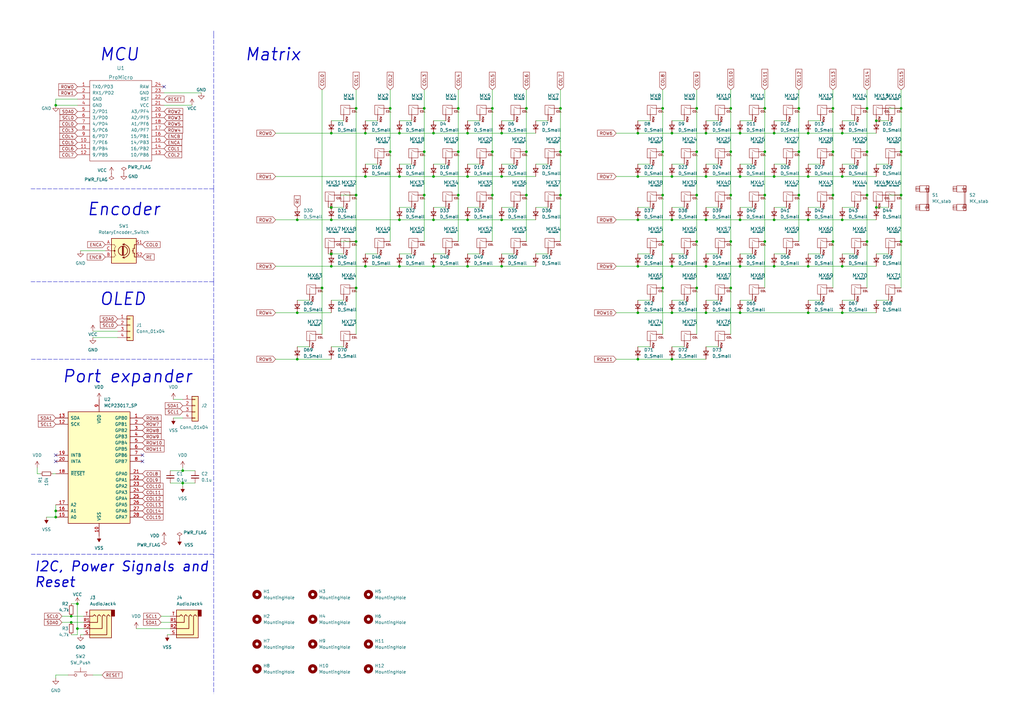
<source format=kicad_sch>
(kicad_sch (version 20211123) (generator eeschema)
  (paper "A3")
  (junction (at 187.96 80.01))
  (junction (at 149.86 109.22))
  (junction (at 229.87 44.45))
  (junction (at 163.83 90.17))
  (junction (at 135.89 54.61))
  (junction (at 341.63 62.23))
  (junction (at 303.53 109.22))
  (junction (at 146.05 118.11))
  (junction (at 74.93 198.12))
  (junction (at 313.69 62.23))
  (junction (at 275.59 90.17))
  (junction (at 345.44 54.61))
  (junction (at 355.6 62.23))
  (junction (at 187.96 44.45))
  (junction (at 289.56 90.17))
  (junction (at 261.62 147.32))
  (junction (at 275.59 128.27))
  (junction (at 369.57 44.45))
  (junction (at 177.8 90.17))
  (junction (at 149.86 72.39))
  (junction (at 275.59 54.61))
  (junction (at 317.5 54.61))
  (junction (at 313.69 99.06))
  (junction (at 173.99 62.23))
  (junction (at 215.9 62.23))
  (junction (at 341.63 44.45))
  (junction (at 275.59 109.22))
  (junction (at 271.78 99.06))
  (junction (at 22.86 209.55))
  (junction (at 285.75 99.06))
  (junction (at 331.47 128.27))
  (junction (at 31.75 257.81))
  (junction (at 146.05 44.45))
  (junction (at 132.08 118.11))
  (junction (at 275.59 147.32))
  (junction (at 299.72 118.11))
  (junction (at 177.8 54.61))
  (junction (at 345.44 109.22))
  (junction (at 303.53 128.27))
  (junction (at 146.05 80.01))
  (junction (at 285.75 80.01))
  (junction (at 135.89 85.09))
  (junction (at 299.72 80.01))
  (junction (at 74.93 193.04))
  (junction (at 191.77 109.22))
  (junction (at 359.41 49.53))
  (junction (at 163.83 109.22))
  (junction (at 303.53 54.61))
  (junction (at 160.02 44.45))
  (junction (at 229.87 62.23))
  (junction (at 331.47 109.22))
  (junction (at 275.59 72.39))
  (junction (at 121.92 147.32))
  (junction (at 271.78 44.45))
  (junction (at 31.75 247.65))
  (junction (at 177.8 109.22))
  (junction (at 355.6 99.06))
  (junction (at 173.99 80.01))
  (junction (at 369.57 62.23))
  (junction (at 261.62 109.22))
  (junction (at 261.62 54.61))
  (junction (at 285.75 62.23))
  (junction (at 331.47 54.61))
  (junction (at 317.5 90.17))
  (junction (at 261.62 72.39))
  (junction (at 341.63 80.01))
  (junction (at 205.74 54.61))
  (junction (at 191.77 54.61))
  (junction (at 289.56 109.22))
  (junction (at 271.78 62.23))
  (junction (at 215.9 44.45))
  (junction (at 299.72 99.06))
  (junction (at 22.86 212.09))
  (junction (at 327.66 80.01))
  (junction (at 29.21 255.27))
  (junction (at 289.56 72.39))
  (junction (at 341.63 99.06))
  (junction (at 369.57 99.06))
  (junction (at 289.56 54.61))
  (junction (at 345.44 90.17))
  (junction (at 163.83 72.39))
  (junction (at 317.5 109.22))
  (junction (at 345.44 128.27))
  (junction (at 313.69 44.45))
  (junction (at 205.74 90.17))
  (junction (at 317.5 72.39))
  (junction (at 299.72 62.23))
  (junction (at 355.6 80.01))
  (junction (at 327.66 44.45))
  (junction (at 135.89 109.22))
  (junction (at 261.62 90.17))
  (junction (at 299.72 44.45))
  (junction (at 355.6 44.45))
  (junction (at 177.8 72.39))
  (junction (at 163.83 54.61))
  (junction (at 331.47 72.39))
  (junction (at 146.05 99.06))
  (junction (at 271.78 118.11))
  (junction (at 303.53 90.17))
  (junction (at 160.02 62.23))
  (junction (at 331.47 90.17))
  (junction (at 135.89 104.14))
  (junction (at 173.99 44.45))
  (junction (at 22.86 43.18))
  (junction (at 201.93 80.01))
  (junction (at 215.9 80.01))
  (junction (at 191.77 72.39))
  (junction (at 345.44 72.39))
  (junction (at 201.93 62.23))
  (junction (at 229.87 80.01))
  (junction (at 359.41 85.09))
  (junction (at 187.96 62.23))
  (junction (at 121.92 128.27))
  (junction (at 271.78 80.01))
  (junction (at 191.77 90.17))
  (junction (at 327.66 62.23))
  (junction (at 285.75 44.45))
  (junction (at 303.53 72.39))
  (junction (at 135.89 90.17))
  (junction (at 285.75 118.11))
  (junction (at 261.62 128.27))
  (junction (at 205.74 72.39))
  (junction (at 369.57 80.01))
  (junction (at 121.92 90.17))
  (junction (at 205.74 109.22))
  (junction (at 289.56 128.27))
  (junction (at 201.93 44.45))
  (junction (at 29.21 252.73))
  (junction (at 313.69 80.01))
  (junction (at 149.86 54.61))
  (no_connect (at 58.42 186.69))
  (no_connect (at 58.42 189.23))
  (no_connect (at 22.86 189.23))
  (no_connect (at 22.86 186.69))
  (no_connect (at 67.31 35.56))
  (wire (pts (xy 113.03 128.27) (xy 121.92 128.27)))
  (wire (pts (xy 327.66 62.23) (xy 327.66 80.01)))
  (wire (pts (xy 331.47 54.61) (xy 345.44 54.61)))
  (wire (pts (xy 355.6 44.45) (xy 355.6 62.23)))
  (wire (pts (xy 113.03 109.22) (xy 135.89 109.22)))
  (wire (pts (xy 285.75 62.23) (xy 285.75 80.01)))
  (wire (pts (xy 313.69 36.83) (xy 313.69 44.45)))
  (wire (pts (xy 345.44 49.53) (xy 350.52 49.53)))
  (wire (pts (xy 289.56 109.22) (xy 303.53 109.22)))
  (wire (pts (xy 369.57 99.06) (xy 369.57 118.11)))
  (wire (pts (xy 275.59 109.22) (xy 289.56 109.22)))
  (wire (pts (xy 275.59 123.19) (xy 280.67 123.19)))
  (wire (pts (xy 275.59 72.39) (xy 289.56 72.39)))
  (wire (pts (xy 22.86 40.64) (xy 22.86 43.18)))
  (wire (pts (xy 149.86 109.22) (xy 163.83 109.22)))
  (wire (pts (xy 289.56 90.17) (xy 303.53 90.17)))
  (wire (pts (xy 252.73 147.32) (xy 261.62 147.32)))
  (wire (pts (xy 67.31 43.18) (xy 78.74 43.18)))
  (wire (pts (xy 289.56 54.61) (xy 303.53 54.61)))
  (polyline (pts (xy 87.63 227.33) (xy 87.63 284.48)))
  (wire (pts (xy 121.92 142.24) (xy 127 142.24)))
  (wire (pts (xy 215.9 44.45) (xy 215.9 62.23)))
  (wire (pts (xy 191.77 49.53) (xy 196.85 49.53)))
  (wire (pts (xy 187.96 80.01) (xy 187.96 99.06)))
  (wire (pts (xy 261.62 147.32) (xy 275.59 147.32)))
  (wire (pts (xy 299.72 80.01) (xy 299.72 99.06)))
  (wire (pts (xy 345.44 67.31) (xy 350.52 67.31)))
  (wire (pts (xy 299.72 118.11) (xy 299.72 137.16)))
  (wire (pts (xy 146.05 36.83) (xy 146.05 44.45)))
  (wire (pts (xy 289.56 128.27) (xy 303.53 128.27)))
  (wire (pts (xy 205.74 109.22) (xy 219.71 109.22)))
  (wire (pts (xy 163.83 109.22) (xy 177.8 109.22)))
  (wire (pts (xy 67.31 38.1) (xy 82.55 38.1)))
  (wire (pts (xy 369.57 44.45) (xy 369.57 62.23)))
  (wire (pts (xy 205.74 104.14) (xy 210.82 104.14)))
  (wire (pts (xy 317.5 54.61) (xy 331.47 54.61)))
  (wire (pts (xy 359.41 67.31) (xy 364.49 67.31)))
  (wire (pts (xy 303.53 54.61) (xy 317.5 54.61)))
  (wire (pts (xy 261.62 67.31) (xy 266.7 67.31)))
  (wire (pts (xy 317.5 109.22) (xy 331.47 109.22)))
  (wire (pts (xy 163.83 104.14) (xy 168.91 104.14)))
  (wire (pts (xy 187.96 44.45) (xy 187.96 62.23)))
  (wire (pts (xy 345.44 104.14) (xy 350.52 104.14)))
  (wire (pts (xy 313.69 44.45) (xy 313.69 62.23)))
  (wire (pts (xy 121.92 90.17) (xy 135.89 90.17)))
  (wire (pts (xy 289.56 67.31) (xy 294.64 67.31)))
  (wire (pts (xy 261.62 49.53) (xy 266.7 49.53)))
  (wire (pts (xy 271.78 36.83) (xy 271.78 44.45)))
  (wire (pts (xy 135.89 104.14) (xy 140.97 104.14)))
  (wire (pts (xy 74.93 191.77) (xy 74.93 193.04)))
  (wire (pts (xy 205.74 54.61) (xy 219.71 54.61)))
  (wire (pts (xy 219.71 104.14) (xy 224.79 104.14)))
  (wire (pts (xy 149.86 67.31) (xy 154.94 67.31)))
  (wire (pts (xy 191.77 67.31) (xy 196.85 67.31)))
  (wire (pts (xy 261.62 104.14) (xy 266.7 104.14)))
  (wire (pts (xy 261.62 142.24) (xy 266.7 142.24)))
  (wire (pts (xy 285.75 80.01) (xy 285.75 99.06)))
  (wire (pts (xy 261.62 109.22) (xy 275.59 109.22)))
  (wire (pts (xy 113.03 147.32) (xy 121.92 147.32)))
  (wire (pts (xy 191.77 104.14) (xy 196.85 104.14)))
  (wire (pts (xy 289.56 85.09) (xy 294.64 85.09)))
  (wire (pts (xy 285.75 36.83) (xy 285.75 44.45)))
  (polyline (pts (xy 12.7 77.47) (xy 87.63 77.47)))
  (wire (pts (xy 275.59 142.24) (xy 280.67 142.24)))
  (wire (pts (xy 261.62 54.61) (xy 275.59 54.61)))
  (wire (pts (xy 303.53 128.27) (xy 331.47 128.27)))
  (wire (pts (xy 345.44 128.27) (xy 359.41 128.27)))
  (wire (pts (xy 364.49 80.01) (xy 369.57 80.01)))
  (wire (pts (xy 252.73 72.39) (xy 261.62 72.39)))
  (wire (pts (xy 173.99 36.83) (xy 173.99 44.45)))
  (wire (pts (xy 15.24 194.31) (xy 16.51 194.31)))
  (wire (pts (xy 121.92 128.27) (xy 135.89 128.27)))
  (wire (pts (xy 29.21 247.65) (xy 31.75 247.65)))
  (wire (pts (xy 27.94 276.86) (xy 22.86 276.86)))
  (wire (pts (xy 313.69 62.23) (xy 313.69 80.01)))
  (wire (pts (xy 21.59 194.31) (xy 22.86 194.31)))
  (wire (pts (xy 71.12 163.83) (xy 74.93 163.83)))
  (wire (pts (xy 303.53 123.19) (xy 308.61 123.19)))
  (wire (pts (xy 113.03 54.61) (xy 135.89 54.61)))
  (wire (pts (xy 173.99 80.01) (xy 173.99 99.06)))
  (wire (pts (xy 252.73 54.61) (xy 261.62 54.61)))
  (wire (pts (xy 299.72 36.83) (xy 299.72 44.45)))
  (wire (pts (xy 177.8 109.22) (xy 191.77 109.22)))
  (wire (pts (xy 252.73 128.27) (xy 261.62 128.27)))
  (wire (pts (xy 261.62 90.17) (xy 275.59 90.17)))
  (wire (pts (xy 163.83 85.09) (xy 168.91 85.09)))
  (wire (pts (xy 15.24 191.77) (xy 15.24 194.31)))
  (wire (pts (xy 69.85 198.12) (xy 74.93 198.12)))
  (wire (pts (xy 345.44 109.22) (xy 359.41 109.22)))
  (wire (pts (xy 135.89 123.19) (xy 140.97 123.19)))
  (wire (pts (xy 341.63 44.45) (xy 341.63 62.23)))
  (polyline (pts (xy 87.63 147.32) (xy 87.63 227.33)))
  (wire (pts (xy 173.99 62.23) (xy 173.99 80.01)))
  (wire (pts (xy 205.74 85.09) (xy 210.82 85.09)))
  (wire (pts (xy 369.57 36.83) (xy 369.57 44.45)))
  (wire (pts (xy 215.9 80.01) (xy 215.9 99.06)))
  (wire (pts (xy 177.8 90.17) (xy 191.77 90.17)))
  (wire (pts (xy 215.9 62.23) (xy 215.9 80.01)))
  (wire (pts (xy 289.56 72.39) (xy 303.53 72.39)))
  (wire (pts (xy 345.44 72.39) (xy 359.41 72.39)))
  (wire (pts (xy 261.62 123.19) (xy 266.7 123.19)))
  (wire (pts (xy 74.93 193.04) (xy 80.01 193.04)))
  (wire (pts (xy 191.77 109.22) (xy 205.74 109.22)))
  (wire (pts (xy 331.47 85.09) (xy 336.55 85.09)))
  (wire (pts (xy 22.86 276.86) (xy 22.86 278.13)))
  (wire (pts (xy 121.92 147.32) (xy 135.89 147.32)))
  (wire (pts (xy 289.56 49.53) (xy 294.64 49.53)))
  (wire (pts (xy 69.85 193.04) (xy 74.93 193.04)))
  (wire (pts (xy 132.08 36.83) (xy 132.08 118.11)))
  (wire (pts (xy 187.96 36.83) (xy 187.96 44.45)))
  (polyline (pts (xy 87.63 227.33) (xy 12.7 227.33)))
  (wire (pts (xy 163.83 72.39) (xy 177.8 72.39)))
  (wire (pts (xy 275.59 85.09) (xy 280.67 85.09)))
  (wire (pts (xy 289.56 142.24) (xy 294.64 142.24)))
  (wire (pts (xy 205.74 72.39) (xy 219.71 72.39)))
  (wire (pts (xy 327.66 80.01) (xy 327.66 99.06)))
  (wire (pts (xy 275.59 147.32) (xy 289.56 147.32)))
  (wire (pts (xy 149.86 49.53) (xy 154.94 49.53)))
  (wire (pts (xy 146.05 80.01) (xy 146.05 99.06)))
  (wire (pts (xy 359.41 123.19) (xy 364.49 123.19)))
  (wire (pts (xy 132.08 118.11) (xy 132.08 137.16)))
  (wire (pts (xy 317.5 49.53) (xy 322.58 49.53)))
  (wire (pts (xy 149.86 54.61) (xy 163.83 54.61)))
  (wire (pts (xy 22.86 43.18) (xy 31.75 43.18)))
  (wire (pts (xy 22.86 209.55) (xy 22.86 212.09)))
  (wire (pts (xy 303.53 104.14) (xy 308.61 104.14)))
  (wire (pts (xy 355.6 36.83) (xy 355.6 44.45)))
  (wire (pts (xy 252.73 109.22) (xy 261.62 109.22)))
  (wire (pts (xy 205.74 90.17) (xy 219.71 90.17)))
  (wire (pts (xy 327.66 44.45) (xy 327.66 62.23)))
  (wire (pts (xy 331.47 104.14) (xy 336.55 104.14)))
  (wire (pts (xy 229.87 36.83) (xy 229.87 44.45)))
  (wire (pts (xy 299.72 44.45) (xy 299.72 62.23)))
  (wire (pts (xy 160.02 36.83) (xy 160.02 44.45)))
  (wire (pts (xy 331.47 109.22) (xy 345.44 109.22)))
  (wire (pts (xy 271.78 99.06) (xy 271.78 118.11)))
  (wire (pts (xy 345.44 54.61) (xy 359.41 54.61)))
  (wire (pts (xy 31.75 40.64) (xy 22.86 40.64)))
  (wire (pts (xy 271.78 44.45) (xy 271.78 62.23)))
  (wire (pts (xy 38.1 138.43) (xy 48.26 138.43)))
  (wire (pts (xy 275.59 128.27) (xy 289.56 128.27)))
  (wire (pts (xy 285.75 44.45) (xy 285.75 62.23)))
  (wire (pts (xy 289.56 123.19) (xy 294.64 123.19)))
  (wire (pts (xy 317.5 90.17) (xy 331.47 90.17)))
  (wire (pts (xy 201.93 36.83) (xy 201.93 44.45)))
  (wire (pts (xy 229.87 80.01) (xy 229.87 99.06)))
  (wire (pts (xy 66.04 255.27) (xy 69.85 255.27)))
  (wire (pts (xy 113.03 90.17) (xy 121.92 90.17)))
  (wire (pts (xy 149.86 104.14) (xy 154.94 104.14)))
  (wire (pts (xy 135.89 49.53) (xy 140.97 49.53)))
  (wire (pts (xy 331.47 72.39) (xy 345.44 72.39)))
  (wire (pts (xy 38.1 276.86) (xy 41.91 276.86)))
  (wire (pts (xy 219.71 67.31) (xy 224.79 67.31)))
  (wire (pts (xy 317.5 85.09) (xy 322.58 85.09)))
  (wire (pts (xy 177.8 72.39) (xy 191.77 72.39)))
  (wire (pts (xy 341.63 99.06) (xy 341.63 118.11)))
  (wire (pts (xy 364.49 44.45) (xy 369.57 44.45)))
  (wire (pts (xy 313.69 80.01) (xy 313.69 99.06)))
  (wire (pts (xy 261.62 85.09) (xy 266.7 85.09)))
  (wire (pts (xy 327.66 36.83) (xy 327.66 44.45)))
  (wire (pts (xy 160.02 44.45) (xy 160.02 62.23)))
  (wire (pts (xy 345.44 85.09) (xy 350.52 85.09)))
  (wire (pts (xy 369.57 62.23) (xy 369.57 80.01)))
  (wire (pts (xy 229.87 62.23) (xy 229.87 80.01)))
  (wire (pts (xy 299.72 99.06) (xy 299.72 118.11)))
  (wire (pts (xy 331.47 90.17) (xy 345.44 90.17)))
  (wire (pts (xy 25.4 255.27) (xy 29.21 255.27)))
  (wire (pts (xy 135.89 54.61) (xy 149.86 54.61)))
  (wire (pts (xy 275.59 104.14) (xy 280.67 104.14)))
  (wire (pts (xy 146.05 99.06) (xy 146.05 118.11)))
  (wire (pts (xy 215.9 36.83) (xy 215.9 44.45)))
  (wire (pts (xy 31.75 257.81) (xy 31.75 260.35)))
  (wire (pts (xy 303.53 90.17) (xy 317.5 90.17)))
  (wire (pts (xy 22.86 207.01) (xy 22.86 209.55)))
  (wire (pts (xy 303.53 85.09) (xy 308.61 85.09)))
  (wire (pts (xy 275.59 67.31) (xy 280.67 67.31)))
  (wire (pts (xy 331.47 67.31) (xy 336.55 67.31)))
  (wire (pts (xy 163.83 67.31) (xy 168.91 67.31)))
  (wire (pts (xy 135.89 90.17) (xy 163.83 90.17)))
  (wire (pts (xy 22.86 212.09) (xy 19.05 212.09)))
  (wire (pts (xy 359.41 104.14) (xy 364.49 104.14)))
  (wire (pts (xy 66.04 252.73) (xy 69.85 252.73)))
  (wire (pts (xy 74.93 198.12) (xy 80.01 198.12)))
  (polyline (pts (xy 87.63 115.57) (xy 87.63 77.47)))
  (wire (pts (xy 134.62 104.14) (xy 135.89 104.14)))
  (wire (pts (xy 275.59 54.61) (xy 289.56 54.61)))
  (polyline (pts (xy 87.63 147.32) (xy 12.7 147.32)))
  (wire (pts (xy 317.5 104.14) (xy 322.58 104.14)))
  (wire (pts (xy 177.8 85.09) (xy 182.88 85.09)))
  (wire (pts (xy 146.05 44.45) (xy 146.05 80.01)))
  (wire (pts (xy 355.6 62.23) (xy 355.6 80.01)))
  (wire (pts (xy 29.21 255.27) (xy 34.29 255.27)))
  (wire (pts (xy 187.96 62.23) (xy 187.96 80.01)))
  (wire (pts (xy 135.89 85.09) (xy 140.97 85.09)))
  (wire (pts (xy 205.74 67.31) (xy 210.82 67.31)))
  (wire (pts (xy 135.89 142.24) (xy 140.97 142.24)))
  (wire (pts (xy 74.93 198.12) (xy 74.93 199.39)))
  (wire (pts (xy 146.05 118.11) (xy 146.05 137.16)))
  (wire (pts (xy 177.8 54.61) (xy 191.77 54.61)))
  (wire (pts (xy 271.78 62.23) (xy 271.78 80.01)))
  (wire (pts (xy 331.47 123.19) (xy 336.55 123.19)))
  (polyline (pts (xy 12.7 115.57) (xy 87.63 115.57)))
  (wire (pts (xy 261.62 72.39) (xy 275.59 72.39)))
  (wire (pts (xy 149.86 72.39) (xy 163.83 72.39)))
  (wire (pts (xy 313.69 99.06) (xy 313.69 118.11)))
  (polyline (pts (xy 87.63 77.47) (xy 87.63 13.97)))
  (wire (pts (xy 341.63 80.01) (xy 341.63 99.06)))
  (wire (pts (xy 29.21 260.35) (xy 31.75 260.35)))
  (wire (pts (xy 355.6 99.06) (xy 355.6 118.11)))
  (wire (pts (xy 29.21 252.73) (xy 34.29 252.73)))
  (wire (pts (xy 34.29 257.81) (xy 31.75 257.81)))
  (wire (pts (xy 205.74 49.53) (xy 210.82 49.53)))
  (wire (pts (xy 275.59 90.17) (xy 289.56 90.17)))
  (wire (pts (xy 71.12 171.45) (xy 74.93 171.45)))
  (wire (pts (xy 261.62 128.27) (xy 275.59 128.27)))
  (wire (pts (xy 33.02 260.35) (xy 34.29 260.35)))
  (polyline (pts (xy 87.63 115.57) (xy 87.63 147.32)))
  (wire (pts (xy 201.93 62.23) (xy 201.93 80.01)))
  (wire (pts (xy 285.75 118.11) (xy 285.75 137.16)))
  (wire (pts (xy 31.75 247.65) (xy 31.75 257.81)))
  (wire (pts (xy 289.56 104.14) (xy 294.64 104.14)))
  (wire (pts (xy 177.8 49.53) (xy 182.88 49.53)))
  (wire (pts (xy 173.99 44.45) (xy 173.99 62.23)))
  (polyline (pts (xy 87.63 12.7) (xy 87.63 13.97)))
  (wire (pts (xy 33.02 102.87) (xy 43.18 102.87)))
  (wire (pts (xy 135.89 109.22) (xy 149.86 109.22)))
  (wire (pts (xy 341.63 36.83) (xy 341.63 44.45)))
  (wire (pts (xy 163.83 90.17) (xy 177.8 90.17)))
  (wire (pts (xy 229.87 44.45) (xy 229.87 62.23)))
  (wire (pts (xy 271.78 118.11) (xy 271.78 137.16)))
  (wire (pts (xy 121.92 123.19) (xy 127 123.19)))
  (wire (pts (xy 303.53 67.31) (xy 308.61 67.31)))
  (wire (pts (xy 303.53 109.22) (xy 317.5 109.22)))
  (wire (pts (xy 359.41 49.53) (xy 364.49 49.53)))
  (wire (pts (xy 303.53 49.53) (xy 308.61 49.53)))
  (wire (pts (xy 331.47 128.27) (xy 345.44 128.27)))
  (wire (pts (xy 341.63 62.23) (xy 341.63 80.01)))
  (wire (pts (xy 359.41 85.09) (xy 364.49 85.09)))
  (wire (pts (xy 345.44 90.17) (xy 359.41 90.17)))
  (wire (pts (xy 317.5 72.39) (xy 331.47 72.39)))
  (wire (pts (xy 219.71 85.09) (xy 224.79 85.09)))
  (wire (pts (xy 25.4 252.73) (xy 29.21 252.73)))
  (wire (pts (xy 303.53 72.39) (xy 317.5 72.39)))
  (wire (pts (xy 275.59 49.53) (xy 280.67 49.53)))
  (wire (pts (xy 369.57 80.01) (xy 369.57 99.06)))
  (wire (pts (xy 219.71 49.53) (xy 224.79 49.53)))
  (wire (pts (xy 201.93 44.45) (xy 201.93 62.23)))
  (wire (pts (xy 271.78 80.01) (xy 271.78 99.06)))
  (wire (pts (xy 177.8 67.31) (xy 182.88 67.31)))
  (wire (pts (xy 68.58 260.35) (xy 69.85 260.35)))
  (wire (pts (xy 191.77 85.09) (xy 196.85 85.09)))
  (wire (pts (xy 299.72 62.23) (xy 299.72 80.01)))
  (wire (pts (xy 139.7 99.06) (xy 146.05 99.06)))
  (wire (pts (xy 177.8 104.14) (xy 182.88 104.14)))
  (wire (pts (xy 317.5 67.31) (xy 322.58 67.31)))
  (wire (pts (xy 345.44 123.19) (xy 350.52 123.19)))
  (wire (pts (xy 191.77 54.61) (xy 205.74 54.61)))
  (wire (pts (xy 38.1 135.89) (xy 48.26 135.89)))
  (wire (pts (xy 191.77 90.17) (xy 205.74 90.17)))
  (wire (pts (xy 201.93 80.01) (xy 201.93 99.06)))
  (wire (pts (xy 134.62 85.09) (xy 135.89 85.09)))
  (wire (pts (xy 285.75 99.06) (xy 285.75 118.11)))
  (wire (pts (xy 113.03 72.39) (xy 149.86 72.39)))
  (wire (pts (xy 355.6 80.01) (xy 355.6 99.06)))
  (wire (pts (xy 191.77 72.39) (xy 205.74 72.39)))
  (wire (pts (xy 139.7 80.01) (xy 146.05 80.01)))
  (wire (pts (xy 163.83 54.61) (xy 177.8 54.61)))
  (wire (pts (xy 160.02 62.23) (xy 160.02 99.06)))
  (wire (pts (xy 55.88 257.81) (xy 69.85 257.81)))
  (wire (pts (xy 163.83 49.53) (xy 168.91 49.53)))
  (wire (pts (xy 252.73 90.17) (xy 261.62 90.17)))
  (wire (pts (xy 331.47 49.53) (xy 336.55 49.53)))
  (text "Port expander" (at 25.4 157.48 0) (effects (font (size 5 5) (thickness 0.508) bold italic) (justify left bottom)))
  (text "MCU" (at 40.64 25.4 0) (effects (font (size 5 5) (thickness 0.508) bold italic) (justify left bottom)))
  (text "Matrix" (at 100.33 25.4 0) (effects (font (size 5 5) (thickness 0.508) bold italic) (justify left bottom)))
  (text "OLED" (at 40.64 125.73 0) (effects (font (size 5 5) (thickness 0.508) bold italic) (justify left bottom)))
  (text "Encoder" (at 35.56 88.9 0) (effects (font (size 5 5) (thickness 0.508) bold italic) (justify left bottom)))
  (text "I2C, Power Signals and \nReset" (at 13.97 241.3 0) (effects (font (size 4 4) (thickness 0.508) bold italic) (justify left bottom)))
  (global_label "ROW5" (shape input) (at 67.31 50.8 0) (property "Intersheet References" "${INTERSHEET_REFS}" (effects hide)))
  (global_label "ROW1" (shape input) (at 113.03 72.39 180) (property "Intersheet References" "${INTERSHEET_REFS}" (effects hide)))
  (global_label "COL11" (shape input) (at 313.69 36.83 90) (property "Intersheet References" "${INTERSHEET_REFS}" (effects hide)))
  (global_label "COL2" (shape input) (at 160.02 36.83 90) (property "Intersheet References" "${INTERSHEET_REFS}" (effects hide)))
  (global_label "COL13" (shape input) (at 58.42 207.01 0) (property "Intersheet References" "${INTERSHEET_REFS}" (effects hide)))
  (global_label "COL6" (shape input) (at 31.75 60.96 180) (property "Intersheet References" "${INTERSHEET_REFS}" (effects hide)))
  (global_label "SDA0" (shape input) (at 48.26 130.81 180) (property "Intersheet References" "${INTERSHEET_REFS}" (effects hide)))
  (global_label "SCL1" (shape input) (at 22.86 173.99 180) (property "Intersheet References" "${INTERSHEET_REFS}" (effects hide)))
  (global_label "COL12" (shape input) (at 327.66 36.83 90) (property "Intersheet References" "${INTERSHEET_REFS}" (effects hide)))
  (global_label "ENCB" (shape input) (at 43.18 105.41 180) (property "Intersheet References" "${INTERSHEET_REFS}" (effects hide)))
  (global_label "COL1" (shape input) (at 146.05 36.83 90) (property "Intersheet References" "${INTERSHEET_REFS}" (effects hide)))
  (global_label "COL10" (shape input) (at 299.72 36.83 90) (property "Intersheet References" "${INTERSHEET_REFS}" (effects hide)))
  (global_label "COL9" (shape input) (at 285.75 36.83 90) (property "Intersheet References" "${INTERSHEET_REFS}" (effects hide)))
  (global_label "ROW11" (shape input) (at 252.73 147.32 180) (property "Intersheet References" "${INTERSHEET_REFS}" (effects hide)))
  (global_label "ROW6" (shape input) (at 58.42 171.45 0) (property "Intersheet References" "${INTERSHEET_REFS}" (effects hide)))
  (global_label "SCL1" (shape input) (at 74.93 168.91 180) (property "Intersheet References" "${INTERSHEET_REFS}" (effects hide)))
  (global_label "SCL0" (shape input) (at 31.75 48.26 180) (property "Intersheet References" "${INTERSHEET_REFS}" (effects hide)))
  (global_label "ROW2" (shape input) (at 113.03 90.17 180) (property "Intersheet References" "${INTERSHEET_REFS}" (effects hide)))
  (global_label "RESET" (shape input) (at 67.31 40.64 0) (property "Intersheet References" "${INTERSHEET_REFS}" (effects hide)))
  (global_label "COL0" (shape input) (at 132.08 36.83 90) (property "Intersheet References" "${INTERSHEET_REFS}" (effects hide)))
  (global_label "ENCA" (shape input) (at 67.31 58.42 0) (property "Intersheet References" "${INTERSHEET_REFS}" (effects hide)))
  (global_label "COL13" (shape input) (at 341.63 36.83 90) (property "Intersheet References" "${INTERSHEET_REFS}" (effects hide)))
  (global_label "RE" (shape input) (at 121.92 85.09 90) (property "Intersheet References" "${INTERSHEET_REFS}" (effects hide)))
  (global_label "ROW3" (shape input) (at 67.31 48.26 0) (property "Intersheet References" "${INTERSHEET_REFS}" (effects hide)))
  (global_label "ROW10" (shape input) (at 58.42 181.61 0) (property "Intersheet References" "${INTERSHEET_REFS}" (effects hide)))
  (global_label "SDA1" (shape input) (at 22.86 171.45 180) (property "Intersheet References" "${INTERSHEET_REFS}" (effects hide)))
  (global_label "COL14" (shape input) (at 355.6 36.83 90) (property "Intersheet References" "${INTERSHEET_REFS}" (effects hide)))
  (global_label "SDA1" (shape input) (at 66.04 255.27 180) (property "Intersheet References" "${INTERSHEET_REFS}" (effects hide)))
  (global_label "RESET" (shape input) (at 41.91 276.86 0) (property "Intersheet References" "${INTERSHEET_REFS}" (effects hide)))
  (global_label "COL15" (shape input) (at 369.57 36.83 90) (property "Intersheet References" "${INTERSHEET_REFS}" (effects hide)))
  (global_label "ENCB" (shape input) (at 67.31 55.88 0) (property "Intersheet References" "${INTERSHEET_REFS}" (effects hide)))
  (global_label "COL3" (shape input) (at 31.75 53.34 180) (property "Intersheet References" "${INTERSHEET_REFS}" (effects hide)))
  (global_label "RE" (shape input) (at 58.42 105.41 0) (property "Intersheet References" "${INTERSHEET_REFS}" (effects hide)))
  (global_label "ROW8" (shape input) (at 252.73 90.17 180) (property "Intersheet References" "${INTERSHEET_REFS}" (effects hide)))
  (global_label "ROW3" (shape input) (at 113.03 109.22 180) (property "Intersheet References" "${INTERSHEET_REFS}" (effects hide)))
  (global_label "COL5" (shape input) (at 201.93 36.83 90) (property "Intersheet References" "${INTERSHEET_REFS}" (effects hide)))
  (global_label "COL10" (shape input) (at 58.42 199.39 0) (property "Intersheet References" "${INTERSHEET_REFS}" (effects hide)))
  (global_label "ROW6" (shape input) (at 252.73 54.61 180) (property "Intersheet References" "${INTERSHEET_REFS}" (effects hide)))
  (global_label "ROW0" (shape input) (at 113.03 54.61 180) (property "Intersheet References" "${INTERSHEET_REFS}" (effects hide)))
  (global_label "ROW4" (shape input) (at 113.03 128.27 180) (property "Intersheet References" "${INTERSHEET_REFS}" (effects hide)))
  (global_label "COL4" (shape input) (at 187.96 36.83 90) (property "Intersheet References" "${INTERSHEET_REFS}" (effects hide)))
  (global_label "COL2" (shape input) (at 67.31 63.5 0) (property "Intersheet References" "${INTERSHEET_REFS}" (effects hide)))
  (global_label "ROW9" (shape input) (at 252.73 109.22 180) (property "Intersheet References" "${INTERSHEET_REFS}" (effects hide)))
  (global_label "COL11" (shape input) (at 58.42 201.93 0) (property "Intersheet References" "${INTERSHEET_REFS}" (effects hide)))
  (global_label "ROW10" (shape input) (at 252.73 128.27 180) (property "Intersheet References" "${INTERSHEET_REFS}" (effects hide)))
  (global_label "ROW0" (shape input) (at 31.75 35.56 180) (property "Intersheet References" "${INTERSHEET_REFS}" (effects hide)))
  (global_label "ROW5" (shape input) (at 113.03 147.32 180) (property "Intersheet References" "${INTERSHEET_REFS}" (effects hide)))
  (global_label "ROW7" (shape input) (at 58.42 173.99 0) (property "Intersheet References" "${INTERSHEET_REFS}" (effects hide)))
  (global_label "ENCA" (shape input) (at 43.18 100.33 180) (property "Intersheet References" "${INTERSHEET_REFS}" (effects hide)))
  (global_label "COL15" (shape input) (at 58.42 212.09 0) (property "Intersheet References" "${INTERSHEET_REFS}" (effects hide)))
  (global_label "ROW8" (shape input) (at 58.42 176.53 0) (property "Intersheet References" "${INTERSHEET_REFS}" (effects hide)))
  (global_label "COL5" (shape input) (at 31.75 58.42 180) (property "Intersheet References" "${INTERSHEET_REFS}" (effects hide)))
  (global_label "SCL1" (shape input) (at 66.04 252.73 180) (property "Intersheet References" "${INTERSHEET_REFS}" (effects hide)))
  (global_label "ROW9" (shape input) (at 58.42 179.07 0) (property "Intersheet References" "${INTERSHEET_REFS}" (effects hide)))
  (global_label "COL6" (shape input) (at 215.9 36.83 90) (property "Intersheet References" "${INTERSHEET_REFS}" (effects hide)))
  (global_label "SCL0" (shape input) (at 25.4 252.73 180) (property "Intersheet References" "${INTERSHEET_REFS}" (effects hide)))
  (global_label "COL12" (shape input) (at 58.42 204.47 0) (property "Intersheet References" "${INTERSHEET_REFS}" (effects hide)))
  (global_label "COL1" (shape input) (at 67.31 60.96 0) (property "Intersheet References" "${INTERSHEET_REFS}" (effects hide)))
  (global_label "COL14" (shape input) (at 58.42 209.55 0) (property "Intersheet References" "${INTERSHEET_REFS}" (effects hide)))
  (global_label "COL9" (shape input) (at 58.42 196.85 0) (property "Intersheet References" "${INTERSHEET_REFS}" (effects hide)))
  (global_label "COL0" (shape input) (at 31.75 50.8 180) (property "Intersheet References" "${INTERSHEET_REFS}" (effects hide)))
  (global_label "SDA1" (shape input) (at 74.93 166.37 180) (property "Intersheet References" "${INTERSHEET_REFS}" (effects hide)))
  (global_label "ROW1" (shape input) (at 31.75 38.1 180) (property "Intersheet References" "${INTERSHEET_REFS}" (effects hide)))
  (global_label "ROW11" (shape input) (at 58.42 184.15 0) (property "Intersheet References" "${INTERSHEET_REFS}" (effects hide)))
  (global_label "COL4" (shape input) (at 31.75 55.88 180) (property "Intersheet References" "${INTERSHEET_REFS}" (effects hide)))
  (global_label "COL7" (shape input) (at 229.87 36.83 90) (property "Intersheet References" "${INTERSHEET_REFS}" (effects hide)))
  (global_label "COL0" (shape input) (at 58.42 100.33 0) (property "Intersheet References" "${INTERSHEET_REFS}" (effects hide)))
  (global_label "ROW7" (shape input) (at 252.73 72.39 180) (property "Intersheet References" "${INTERSHEET_REFS}" (effects hide)))
  (global_label "SCL0" (shape input) (at 48.26 133.35 180) (property "Intersheet References" "${INTERSHEET_REFS}" (effects hide)))
  (global_label "COL7" (shape input) (at 31.75 63.5 180) (property "Intersheet References" "${INTERSHEET_REFS}" (effects hide)))
  (global_label "COL8" (shape input) (at 271.78 36.83 90) (property "Intersheet References" "${INTERSHEET_REFS}" (effects hide)))
  (global_label "SDA0" (shape input) (at 31.75 45.72 180) (property "Intersheet References" "${INTERSHEET_REFS}" (effects hide)))
  (global_label "SDA0" (shape input) (at 25.4 255.27 180) (property "Intersheet References" "${INTERSHEET_REFS}" (effects hide)))
  (global_label "COL8" (shape input) (at 58.42 194.31 0) (property "Intersheet References" "${INTERSHEET_REFS}" (effects hide)))
  (global_label "ROW4" (shape input) (at 67.31 53.34 0) (property "Intersheet References" "${INTERSHEET_REFS}" (effects hide)))
  (global_label "ROW2" (shape input) (at 67.31 45.72 0) (property "Intersheet References" "${INTERSHEET_REFS}" (effects hide)))
  (global_label "COL3" (shape input) (at 173.99 36.83 90) (property "Intersheet References" "${INTERSHEET_REFS}" (effects hide)))
  (symbol (lib_id "MX_Alps_Hybrid:MX-NoLED") (at 295.91 45.72 0) (unit 1)
    (property "Reference" "MX10" (at 296.7956 39.37 0) (effects (font (size 1.524 1.524))))
    (property "Value" "MX-NoLED" (at 296.7956 40.64 0) (effects (font (size 0.508 0.508))))
    (property "Footprint" "acheron_MXH_metalrings:MX100H" (effects hide))
  )
  (symbol (lib_id "Connector_Generic:Conn_01x04") (at 53.34 133.35 0) (unit 1)
    (property "Reference" "J1" (at 55.88 133.3499 0) (effects (justify left)))
    (property "Value" "Conn_01x04" (at 55.88 135.8899 0) (effects (justify left)))
    (property "Footprint" "Connector_PinHeader_2.54mm:PinHeader_1x04_P2.54mm_Vertical" (effects hide))
  )
  (symbol (lib_id "Device:D_Small") (at 359.41 52.07 90) (unit 1)
    (property "Reference" "D15" (at 361.95 50.7999 90) (effects (justify right)))
    (property "Value" "D_Small" (at 361.95 53.3399 90) (effects (justify right)))
    (property "Footprint" "custom_parts:D_SOD-123_silkscreen" (effects hide))
  )
  (symbol (lib_id "MX_Alps_Hybrid:MX-NoLED") (at 351.79 81.28 0) (unit 1)
    (property "Reference" "MX44" (at 352.6756 74.93 0) (effects (font (size 1.524 1.524))))
    (property "Value" "MX-NoLED" (at 352.6756 76.2 0) (effects (font (size 0.508 0.508))))
    (property "Footprint" "acheron_MXH_metalrings:MX100H" (effects hide))
  )
  (symbol (lib_id "MX_Alps_Hybrid:MX-NoLED") (at 142.24 138.43 0) (unit 1)
    (property "Reference" "MX73" (at 143.1256 132.08 0) (effects (font (size 1.524 1.524))))
    (property "Value" "MX-NoLED" (at 143.1256 133.35 0) (effects (font (size 0.508 0.508))))
    (property "Footprint" "acheron_MXH_metalrings:MX275HR" (effects hide))
  )
  (symbol (lib_id "Device:D_Small") (at 359.41 69.85 90) (unit 1)
    (property "Reference" "D29" (at 361.95 68.5799 90) (effects (justify right)))
    (property "Value" "D_Small" (at 361.95 71.1199 90) (effects (justify right)))
    (property "Footprint" "custom_parts:D_SOD-123_silkscreen" (effects hide))
  )
  (symbol (lib_id "Device:D_Small") (at 205.74 106.68 90) (unit 1)
    (property "Reference" "D50" (at 208.28 105.4099 90) (effects (justify right)))
    (property "Value" "D_Small" (at 208.28 107.9499 90) (effects (justify right)))
    (property "Footprint" "custom_parts:D_SOD-123_silkscreen" (effects hide))
  )
  (symbol (lib_id "MX_Alps_Hybrid:MX-NoLED") (at 351.79 100.33 0) (unit 1)
    (property "Reference" "MX61" (at 352.6756 93.98 0) (effects (font (size 1.524 1.524))))
    (property "Value" "MX-NoLED" (at 352.6756 95.25 0) (effects (font (size 0.508 0.508))))
    (property "Footprint" "acheron_MXH_metalrings:MX100H" (effects hide))
  )
  (symbol (lib_id "Device:D_Small") (at 289.56 106.68 90) (unit 1)
    (property "Reference" "D54" (at 292.1 105.4099 90) (effects (justify right)))
    (property "Value" "D_Small" (at 292.1 107.9499 90) (effects (justify right)))
    (property "Footprint" "custom_parts:D_SOD-123_silkscreen" (effects hide))
  )
  (symbol (lib_id "marbastlib-mx:MX_stab") (at 393.7 81.28 90) (unit 1)
    (property "Reference" "S2" (at 397.51 80.0099 90) (effects (justify right)))
    (property "Value" "MX_stab" (at 397.51 82.5499 90) (effects (justify right)))
    (property "Footprint" "marbastlib-mx:STAB_MX_2.25u" (effects hide))
  )
  (symbol (lib_id "Device:D_Small") (at 303.53 125.73 90) (unit 1)
    (property "Reference" "D65" (at 306.07 124.4599 90) (effects (justify right)))
    (property "Value" "D_Small" (at 306.07 126.9999 90) (effects (justify right)))
    (property "Footprint" "custom_parts:D_SOD-123_silkscreen" (effects hide))
  )
  (symbol (lib_id "Device:D_Small") (at 289.56 52.07 90) (unit 1)
    (property "Reference" "D10" (at 292.1 50.7999 90) (effects (justify right)))
    (property "Value" "D_Small" (at 292.1 53.3399 90) (effects (justify right)))
    (property "Footprint" "custom_parts:D_SOD-123_silkscreen" (effects hide))
  )
  (symbol (lib_id "Device:D_Small") (at 149.86 106.68 90) (unit 1)
    (property "Reference" "D46" (at 152.4 105.4099 90) (effects (justify right)))
    (property "Value" "D_Small" (at 152.4 107.9499 90) (effects (justify right)))
    (property "Footprint" "custom_parts:D_SOD-123_silkscreen" (effects hide))
  )
  (symbol (lib_id "Device:D_Small") (at 177.8 52.07 90) (unit 1)
    (property "Reference" "D4" (at 180.34 50.7999 90) (effects (justify right)))
    (property "Value" "D_Small" (at 180.34 53.3399 90) (effects (justify right)))
    (property "Footprint" "custom_parts:D_SOD-123_silkscreen" (effects hide))
  )
  (symbol (lib_id "Mechanical:MountingHole") (at 128.27 254 0) (unit 1)
    (property "Reference" "H4" (at 130.81 252.7299 0) (effects (justify left)))
    (property "Value" "MountingHole" (at 130.81 255.2699 0) (effects (justify left)))
    (property "Footprint" "Keebio-Parts:breakaway-mousebites" (effects hide))
  )
  (symbol (lib_id "Device:D_Small") (at 219.71 87.63 90) (unit 1)
    (property "Reference" "D36" (at 222.25 86.3599 90) (effects (justify right)))
    (property "Value" "D_Small" (at 222.25 88.8999 90) (effects (justify right)))
    (property "Footprint" "custom_parts:D_SOD-123_silkscreen" (effects hide))
  )
  (symbol (lib_id "Device:D_Small") (at 163.83 106.68 90) (unit 1)
    (property "Reference" "D47" (at 166.37 105.4099 90) (effects (justify right)))
    (property "Value" "D_Small" (at 166.37 107.9499 90) (effects (justify right)))
    (property "Footprint" "custom_parts:D_SOD-123_silkscreen" (effects hide))
  )
  (symbol (lib_id "MX_Alps_Hybrid:MX-NoLED") (at 323.85 45.72 0) (unit 1)
    (property "Reference" "MX12" (at 324.7356 39.37 0) (effects (font (size 1.524 1.524))))
    (property "Value" "MX-NoLED" (at 324.7356 40.64 0) (effects (font (size 0.508 0.508))))
    (property "Footprint" "acheron_MXH_metalrings:MX100H" (effects hide))
  )
  (symbol (lib_id "MX_Alps_Hybrid:MX-NoLED") (at 198.12 100.33 0) (unit 1)
    (property "Reference" "MX52" (at 199.0056 93.98 0) (effects (font (size 1.524 1.524))))
    (property "Value" "MX-NoLED" (at 199.0056 95.25 0) (effects (font (size 0.508 0.508))))
    (property "Footprint" "acheron_MXH_metalrings:MX100H" (effects hide))
  )
  (symbol (lib_id "MX_Alps_Hybrid:MX-NoLED") (at 295.91 63.5 0) (unit 1)
    (property "Reference" "MX25" (at 296.7956 57.15 0) (effects (font (size 1.524 1.524))))
    (property "Value" "MX-NoLED" (at 296.7956 58.42 0) (effects (font (size 0.508 0.508))))
    (property "Footprint" "acheron_MXH_metalrings:MX100H" (effects hide))
  )
  (symbol (lib_id "MX_Alps_Hybrid:MX-NoLED") (at 351.79 119.38 0) (unit 1)
    (property "Reference" "MX70" (at 352.6756 113.03 0) (effects (font (size 1.524 1.524))))
    (property "Value" "MX-NoLED" (at 352.6756 114.3 0) (effects (font (size 0.508 0.508))))
    (property "Footprint" "acheron_MXH_metalrings:MX100H" (effects hide))
  )
  (symbol (lib_id "Device:D_Small") (at 205.74 87.63 90) (unit 1)
    (property "Reference" "D35" (at 208.28 86.3599 90) (effects (justify right)))
    (property "Value" "D_Small" (at 208.28 88.8999 90) (effects (justify right)))
    (property "Footprint" "custom_parts:D_SOD-123_silkscreen" (effects hide))
  )
  (symbol (lib_id "Device:D_Small") (at 219.71 106.68 90) (unit 1)
    (property "Reference" "D51" (at 222.25 105.4099 90) (effects (justify right)))
    (property "Value" "D_Small" (at 222.25 107.9499 90) (effects (justify right)))
    (property "Footprint" "custom_parts:D_SOD-123_silkscreen" (effects hide))
  )
  (symbol (lib_id "power:GND") (at 50.8 71.12 0) (unit 1)
    (property "Reference" "#PWR05" (effects hide))
    (property "Value" "GND" (at 54.61 72.39 0))
  )
  (symbol (lib_id "MX_Alps_Hybrid:MX-NoLED") (at 365.76 81.28 0) (unit 1)
    (property "Reference" "MX46" (at 366.6456 74.93 0) (effects (font (size 1.524 1.524))))
    (property "Value" "MX-NoLED" (at 366.6456 76.2 0) (effects (font (size 0.508 0.508))))
    (property "Footprint" "acheron_MXH_metalrings:MX100H" (effects hide))
  )
  (symbol (lib_id "MX_Alps_Hybrid:MX-NoLED") (at 212.09 100.33 0) (unit 1)
    (property "Reference" "MX53" (at 212.9756 93.98 0) (effects (font (size 1.524 1.524))))
    (property "Value" "MX-NoLED" (at 212.9756 95.25 0) (effects (font (size 0.508 0.508))))
    (property "Footprint" "acheron_MXH_metalrings:MX100H" (effects hide))
  )
  (symbol (lib_id "power:PWR_FLAG") (at 67.31 220.98 180) (unit 1)
    (property "Reference" "#FLG03" (effects hide))
    (property "Value" "PWR_FLAG" (at 60.96 223.52 0))
  )
  (symbol (lib_id "Device:D_Small") (at 331.47 87.63 90) (unit 1)
    (property "Reference" "D42" (at 334.01 86.3599 90) (effects (justify right)))
    (property "Value" "D_Small" (at 334.01 88.8999 90) (effects (justify right)))
    (property "Footprint" "custom_parts:D_SOD-123_silkscreen" (effects hide))
  )
  (symbol (lib_id "Device:D_Small") (at 177.8 106.68 90) (unit 1)
    (property "Reference" "D48" (at 180.34 105.4099 90) (effects (justify right)))
    (property "Value" "D_Small" (at 180.34 107.9499 90) (effects (justify right)))
    (property "Footprint" "custom_parts:D_SOD-123_silkscreen" (effects hide))
  )
  (symbol (lib_id "Device:D_Small") (at 149.86 69.85 90) (unit 1)
    (property "Reference" "D16" (at 152.4 68.5799 90) (effects (justify right)))
    (property "Value" "D_Small" (at 152.4 71.1199 90) (effects (justify right)))
    (property "Footprint" "custom_parts:D_SOD-123_silkscreen" (effects hide))
  )
  (symbol (lib_id "Device:D_Small") (at 261.62 106.68 90) (unit 1)
    (property "Reference" "D52" (at 264.16 105.4099 90) (effects (justify right)))
    (property "Value" "D_Small" (at 264.16 107.9499 90) (effects (justify right)))
    (property "Footprint" "custom_parts:D_SOD-123_silkscreen" (effects hide))
  )
  (symbol (lib_id "Device:D_Small") (at 205.74 52.07 90) (unit 1)
    (property "Reference" "D6" (at 208.28 50.7999 90) (effects (justify right)))
    (property "Value" "D_Small" (at 208.28 53.3399 90) (effects (justify right)))
    (property "Footprint" "custom_parts:D_SOD-123_silkscreen" (effects hide))
  )
  (symbol (lib_id "MX_Alps_Hybrid:MX-NoLED") (at 365.76 119.38 0) (unit 1)
    (property "Reference" "MX71" (at 366.6456 113.03 0) (effects (font (size 1.524 1.524))))
    (property "Value" "MX-NoLED" (at 366.6456 114.3 0) (effects (font (size 0.508 0.508))))
    (property "Footprint" "acheron_MXH_metalrings:MX100H" (effects hide))
  )
  (symbol (lib_id "Device:D_Small") (at 359.41 125.73 90) (unit 1)
    (property "Reference" "D68" (at 361.95 124.4599 90) (effects (justify right)))
    (property "Value" "D_Small" (at 361.95 126.9999 90) (effects (justify right)))
    (property "Footprint" "custom_parts:D_SOD-123_silkscreen" (effects hide))
  )
  (symbol (lib_id "Device:D_Small") (at 135.89 52.07 90) (unit 1)
    (property "Reference" "D1" (at 138.43 50.7999 90) (effects (justify right)))
    (property "Value" "D_Small" (at 138.43 53.3399 90) (effects (justify right)))
    (property "Footprint" "custom_parts:D_SOD-123_silkscreen" (effects hide))
  )
  (symbol (lib_id "Device:D_Small") (at 317.5 52.07 90) (unit 1)
    (property "Reference" "D12" (at 320.04 50.7999 90) (effects (justify right)))
    (property "Value" "D_Small" (at 320.04 53.3399 90) (effects (justify right)))
    (property "Footprint" "custom_parts:D_SOD-123_silkscreen" (effects hide))
  )
  (symbol (lib_id "MX_Alps_Hybrid:MX-NoLED") (at 267.97 81.28 0) (unit 1)
    (property "Reference" "MX38" (at 268.8556 74.93 0) (effects (font (size 1.524 1.524))))
    (property "Value" "MX-NoLED" (at 268.8556 76.2 0) (effects (font (size 0.508 0.508))))
    (property "Footprint" "acheron_MXH_metalrings:MX100H" (effects hide))
  )
  (symbol (lib_id "Device:D_Small") (at 219.71 69.85 90) (unit 1)
    (property "Reference" "D21" (at 222.25 68.5799 90) (effects (justify right)))
    (property "Value" "D_Small" (at 222.25 71.1199 90) (effects (justify right)))
    (property "Footprint" "custom_parts:D_SOD-123_silkscreen" (effects hide))
  )
  (symbol (lib_id "Device:D_Small") (at 345.44 69.85 90) (unit 1)
    (property "Reference" "D28" (at 347.98 68.5799 90) (effects (justify right)))
    (property "Value" "D_Small" (at 347.98 71.1199 90) (effects (justify right)))
    (property "Footprint" "custom_parts:D_SOD-123_silkscreen" (effects hide))
  )
  (symbol (lib_id "power:VCC") (at 38.1 135.89 0) (unit 1)
    (property "Reference" "#PWR07" (effects hide))
    (property "Value" "VCC" (at 38.1 137.16 0))
  )
  (symbol (lib_id "Device:D_Small") (at 177.8 87.63 90) (unit 1)
    (property "Reference" "D33" (at 180.34 86.3599 90) (effects (justify right)))
    (property "Value" "D_Small" (at 180.34 88.8999 90) (effects (justify right)))
    (property "Footprint" "custom_parts:D_SOD-123_silkscreen" (effects hide))
  )
  (symbol (lib_id "MX_Alps_Hybrid:MX-NoLED") (at 295.91 119.38 0) (unit 1)
    (property "Reference" "MX67" (at 296.7956 113.03 0) (effects (font (size 1.524 1.524))))
    (property "Value" "MX-NoLED" (at 296.7956 114.3 0) (effects (font (size 0.508 0.508))))
    (property "Footprint" "acheron_MXH_metalrings:MX125H" (effects hide))
  )
  (symbol (lib_id "MX_Alps_Hybrid:MX-NoLED") (at 295.91 81.28 0) (unit 1)
    (property "Reference" "MX40" (at 296.7956 74.93 0) (effects (font (size 1.524 1.524))))
    (property "Value" "MX-NoLED" (at 296.7956 76.2 0) (effects (font (size 0.508 0.508))))
    (property "Footprint" "acheron_MXH_metalrings:MX100H" (effects hide))
  )
  (symbol (lib_id "MX_Alps_Hybrid:MX-NoLED") (at 184.15 63.5 0) (unit 1)
    (property "Reference" "MX19" (at 185.0356 57.15 0) (effects (font (size 1.524 1.524))))
    (property "Value" "MX-NoLED" (at 185.0356 58.42 0) (effects (font (size 0.508 0.508))))
    (property "Footprint" "acheron_MXH_metalrings:MX100H" (effects hide))
  )
  (symbol (lib_id "MX_Alps_Hybrid:MX-NoLED") (at 170.18 81.28 0) (unit 1)
    (property "Reference" "MX33" (at 171.0656 74.93 0) (effects (font (size 1.524 1.524))))
    (property "Value" "MX-NoLED" (at 171.0656 76.2 0) (effects (font (size 0.508 0.508))))
    (property "Footprint" "acheron_MXH_metalrings:MX100H" (effects hide))
  )
  (symbol (lib_id "MX_Alps_Hybrid:MX-NoLED") (at 212.09 81.28 0) (unit 1)
    (property "Reference" "MX36" (at 212.9756 74.93 0) (effects (font (size 1.524 1.524))))
    (property "Value" "MX-NoLED" (at 212.9756 76.2 0) (effects (font (size 0.508 0.508))))
    (property "Footprint" "acheron_MXH_metalrings:MX100H" (effects hide))
  )
  (symbol (lib_id "Device:R_Small") (at 29.21 257.81 0) (unit 1)
    (property "Reference" "R3" (at 25.4 257.81 0) (effects (justify left)))
    (property "Value" "4.7k" (at 24.13 260.35 0) (effects (justify left)))
    (property "Footprint" "Resistor_SMD:R_0805_2012Metric_Pad1.20x1.40mm_HandSolder" (effects hide))
  )
  (symbol (lib_id "power:VSS") (at 71.12 171.45 180) (unit 1)
    (property "Reference" "#PWR011" (effects hide))
    (property "Value" "VSS" (at 71.12 176.53 0))
  )
  (symbol (lib_id "Mechanical:MountingHole") (at 151.13 274.32 0) (unit 1)
    (property "Reference" "H12" (at 153.67 273.0499 0) (effects (justify left)))
    (property "Value" "MountingHole" (at 153.67 275.5899 0) (effects (justify left)))
    (property "Footprint" "Keebio-Parts:breakaway-mousebites" (effects hide))
  )
  (symbol (lib_id "MX_Alps_Hybrid:MX-NoLED") (at 267.97 138.43 0) (unit 1)
    (property "Reference" "MX74" (at 268.8556 132.08 0) (effects (font (size 1.524 1.524))))
    (property "Value" "MX-NoLED" (at 268.8556 133.35 0) (effects (font (size 0.508 0.508))))
    (property "Footprint" "acheron_MXH_metalrings:MX100H" (effects hide))
  )
  (symbol (lib_id "MX_Alps_Hybrid:MX-NoLED") (at 226.06 81.28 0) (unit 1)
    (property "Reference" "MX37" (at 226.9456 74.93 0) (effects (font (size 1.524 1.524))))
    (property "Value" "MX-NoLED" (at 226.9456 76.2 0) (effects (font (size 0.508 0.508))))
    (property "Footprint" "acheron_MXH_metalrings:MX100H" (effects hide))
  )
  (symbol (lib_id "Device:D_Small") (at 163.83 87.63 90) (unit 1)
    (property "Reference" "D32" (at 166.37 86.3599 90) (effects (justify right)))
    (property "Value" "D_Small" (at 166.37 88.8999 90) (effects (justify right)))
    (property "Footprint" "custom_parts:D_SOD-123_silkscreen" (effects hide))
  )
  (symbol (lib_id "power:PWR_FLAG") (at 50.8 71.12 0) (unit 1)
    (property "Reference" "#FLG02" (effects hide))
    (property "Value" "PWR_FLAG" (at 57.15 68.58 0))
  )
  (symbol (lib_id "MX_Alps_Hybrid:MX-NoLED") (at 295.91 100.33 0) (unit 1)
    (property "Reference" "MX57" (at 296.7956 93.98 0) (effects (font (size 1.524 1.524))))
    (property "Value" "MX-NoLED" (at 296.7956 95.25 0) (effects (font (size 0.508 0.508))))
    (property "Footprint" "acheron_MXH_metalrings:MX100H" (effects hide))
  )
  (symbol (lib_id "Mechanical:MountingHole") (at 105.41 274.32 0) (unit 1)
    (property "Reference" "H8" (at 107.95 273.0499 0) (effects (justify left)))
    (property "Value" "MountingHole" (at 107.95 275.5899 0) (effects (justify left)))
    (property "Footprint" "Keebio-Parts:breakaway-mousebites" (effects hide))
  )
  (symbol (lib_id "Device:D_Small") (at 135.89 106.68 90) (unit 1)
    (property "Reference" "D45" (at 138.43 105.4099 90) (effects (justify right)))
    (property "Value" "D_Small" (at 138.43 107.9499 90) (effects (justify right)))
    (property "Footprint" "custom_parts:D_SOD-123_silkscreen" (effects hide))
  )
  (symbol (lib_id "MX_Alps_Hybrid:MX-NoLED") (at 226.06 63.5 0) (unit 1)
    (property "Reference" "MX22" (at 226.9456 57.15 0) (effects (font (size 1.524 1.524))))
    (property "Value" "MX-NoLED" (at 226.9456 58.42 0) (effects (font (size 0.508 0.508))))
    (property "Footprint" "acheron_MXH_metalrings:MX100H" (effects hide))
  )
  (symbol (lib_id "Mechanical:MountingHole") (at 151.13 254 0) (unit 1)
    (property "Reference" "H6" (at 153.67 252.7299 0) (effects (justify left)))
    (property "Value" "MountingHole" (at 153.67 255.2699 0) (effects (justify left)))
    (property "Footprint" "Keebio-Parts:breakaway-mousebites" (effects hide))
  )
  (symbol (lib_id "MX_Alps_Hybrid:MX-NoLED") (at 337.82 119.38 0) (unit 1)
    (property "Reference" "MX69" (at 338.7056 113.03 0) (effects (font (size 1.524 1.524))))
    (property "Value" "MX-NoLED" (at 338.7056 114.3 0) (effects (font (size 0.508 0.508))))
    (property "Footprint" "acheron_MXH_metalrings:MX100H" (effects hide))
  )
  (symbol (lib_id "Device:D_Small") (at 149.86 52.07 90) (unit 1)
    (property "Reference" "D2" (at 152.4 50.7999 90) (effects (justify right)))
    (property "Value" "D_Small" (at 152.4 53.3399 90) (effects (justify right)))
    (property "Footprint" "custom_parts:D_SOD-123_silkscreen" (effects hide))
  )
  (symbol (lib_id "Device:D_Small") (at 191.77 87.63 90) (unit 1)
    (property "Reference" "D34" (at 194.31 86.3599 90) (effects (justify right)))
    (property "Value" "D_Small" (at 194.31 88.8999 90) (effects (justify right)))
    (property "Footprint" "custom_parts:D_SOD-123_silkscreen" (effects hide))
  )
  (symbol (lib_id "power:VDD") (at 15.24 191.77 0) (unit 1)
    (property "Reference" "#PWR012" (effects hide))
    (property "Value" "VDD" (at 15.24 186.69 0))
  )
  (symbol (lib_id "MX_Alps_Hybrid:MX-NoLED") (at 226.06 100.33 0) (unit 1)
    (property "Reference" "MX54" (at 226.9456 93.98 0) (effects (font (size 1.524 1.524))))
    (property "Value" "MX-NoLED" (at 226.9456 95.25 0) (effects (font (size 0.508 0.508))))
    (property "Footprint" "acheron_MXH_metalrings:MX100H" (effects hide))
  )
  (symbol (lib_id "MX_Alps_Hybrid:MX-NoLED") (at 170.18 63.5 0) (unit 1)
    (property "Reference" "MX18" (at 171.0656 57.15 0) (effects (font (size 1.524 1.524))))
    (property "Value" "MX-NoLED" (at 171.0656 58.42 0) (effects (font (size 0.508 0.508))))
    (property "Footprint" "acheron_MXH_metalrings:MX100H" (effects hide))
  )
  (symbol (lib_id "Device:D_Small") (at 191.77 106.68 90) (unit 1)
    (property "Reference" "D49" (at 194.31 105.4099 90) (effects (justify right)))
    (property "Value" "D_Small" (at 194.31 107.9499 90) (effects (justify right)))
    (property "Footprint" "custom_parts:D_SOD-123_silkscreen" (effects hide))
  )
  (symbol (lib_id "MX_Alps_Hybrid:MX-NoLED") (at 267.97 45.72 0) (unit 1)
    (property "Reference" "MX8" (at 268.8556 39.37 0) (effects (font (size 1.524 1.524))))
    (property "Value" "MX-NoLED" (at 268.8556 40.64 0) (effects (font (size 0.508 0.508))))
    (property "Footprint" "acheron_MXH_metalrings:MX100H" (effects hide))
  )
  (symbol (lib_id "Device:D_Small") (at 261.62 52.07 90) (unit 1)
    (property "Reference" "D8" (at 264.16 50.7999 90) (effects (justify right)))
    (property "Value" "D_Small" (at 264.16 53.3399 90) (effects (justify right)))
    (property "Footprint" "custom_parts:D_SOD-123_silkscreen" (effects hide))
  )
  (symbol (lib_id "power:VDD") (at 55.88 257.81 0) (unit 1)
    (property "Reference" "#PWR020" (effects hide))
    (property "Value" "VDD" (at 55.88 252.73 0))
  )
  (symbol (lib_id "MX_Alps_Hybrid:MX-NoLED") (at 198.12 45.72 0) (unit 1)
    (property "Reference" "MX5" (at 199.0056 39.37 0) (effects (font (size 1.524 1.524))))
    (property "Value" "MX-NoLED" (at 199.0056 40.64 0) (effects (font (size 0.508 0.508))))
    (property "Footprint" "acheron_MXH_metalrings:MX100H" (effects hide))
  )
  (symbol (lib_id "MX_Alps_Hybrid:MX-NoLED") (at 142.24 45.72 0) (unit 1)
    (property "Reference" "MX1" (at 143.1256 39.37 0) (effects (font (size 1.524 1.524))))
    (property "Value" "MX-NoLED" (at 143.1256 40.64 0) (effects (font (size 0.508 0.508))))
    (property "Footprint" "acheron_MXH_metalrings:MX100H" (effects hide))
  )
  (symbol (lib_id "Device:D_Small") (at 261.62 125.73 90) (unit 1)
    (property "Reference" "D62" (at 264.16 124.4599 90) (effects (justify right)))
    (property "Value" "D_Small" (at 264.16 126.9999 90) (effects (justify right)))
    (property "Footprint" "custom_parts:D_SOD-123_silkscreen" (effects hide))
  )
  (symbol (lib_id "power:VSS") (at 74.93 199.39 180) (unit 1)
    (property "Reference" "#PWR014" (effects hide))
    (property "Value" "VSS" (at 74.93 204.47 0))
  )
  (symbol (lib_id "MX_Alps_Hybrid:MX-NoLED") (at 323.85 63.5 0) (unit 1)
    (property "Reference" "MX27" (at 324.7356 57.15 0) (effects (font (size 1.524 1.524))))
    (property "Value" "MX-NoLED" (at 324.7356 58.42 0) (effects (font (size 0.508 0.508))))
    (property "Footprint" "acheron_MXH_metalrings:MX100H" (effects hide))
  )
  (symbol (lib_id "Device:D_Small") (at 345.44 87.63 90) (unit 1)
    (property "Reference" "D43" (at 347.98 86.3599 90) (effects (justify right)))
    (property "Value" "D_Small" (at 347.98 88.8999 90) (effects (justify right)))
    (property "Footprint" "custom_parts:D_SOD-123_silkscreen" (effects hide))
  )
  (symbol (lib_id "Mechanical:MountingHole") (at 105.41 254 0) (unit 1)
    (property "Reference" "H2" (at 107.95 252.7299 0) (effects (justify left)))
    (property "Value" "MountingHole" (at 107.95 255.2699 0) (effects (justify left)))
    (property "Footprint" "Keebio-Parts:breakaway-mousebites" (effects hide))
  )
  (symbol (lib_id "MX_Alps_Hybrid:MX-NoLED") (at 365.76 100.33 0) (unit 1)
    (property "Reference" "MX62" (at 366.6456 93.98 0) (effects (font (size 1.524 1.524))))
    (property "Value" "MX-NoLED" (at 366.6456 95.25 0) (effects (font (size 0.508 0.508))))
    (property "Footprint" "acheron_MXH_metalrings:MX100H" (effects hide))
  )
  (symbol (lib_id "power:PWR_FLAG") (at 73.66 220.98 0) (unit 1)
    (property "Reference" "#FLG04" (effects hide))
    (property "Value" "PWR_FLAG" (at 80.01 218.44 0))
  )
  (symbol (lib_id "MX_Alps_Hybrid:MX-NoLED") (at 226.06 45.72 0) (unit 1)
    (property "Reference" "MX7" (at 226.9456 39.37 0) (effects (font (size 1.524 1.524))))
    (property "Value" "MX-NoLED" (at 226.9456 40.64 0) (effects (font (size 0.508 0.508))))
    (property "Footprint" "acheron_MXH_metalrings:MX100H" (effects hide))
  )
  (symbol (lib_id "MX_Alps_Hybrid:MX-NoLED") (at 267.97 119.38 0) (unit 1)
    (property "Reference" "MX65" (at 268.8556 113.03 0) (effects (font (size 1.524 1.524))))
    (property "Value" "MX-NoLED" (at 268.8556 114.3 0) (effects (font (size 0.508 0.508))))
    (property "Footprint" "acheron_MXH_metalrings:MX225HR" (effects hide))
  )
  (symbol (lib_id "Device:D_Small") (at 275.59 125.73 90) (unit 1)
    (property "Reference" "D63" (at 278.13 124.4599 90) (effects (justify right)))
    (property "Value" "D_Small" (at 278.13 126.9999 90) (effects (justify right)))
    (property "Footprint" "custom_parts:D_SOD-123_silkscreen" (effects hide))
  )
  (symbol (lib_id "MX_Alps_Hybrid:MX-NoLED") (at 267.97 63.5 0) (unit 1)
    (property "Reference" "MX23" (at 268.8556 57.15 0) (effects (font (size 1.524 1.524))))
    (property "Value" "MX-NoLED" (at 268.8556 58.42 0) (effects (font (size 0.508 0.508))))
    (property "Footprint" "acheron_MXH_metalrings:MX100H" (effects hide))
  )
  (symbol (lib_id "Mechanical:MountingHole") (at 151.13 264.16 0) (unit 1)
    (property "Reference" "H11" (at 153.67 262.8899 0) (effects (justify left)))
    (property "Value" "MountingHole" (at 153.67 265.4299 0) (effects (justify left)))
    (property "Footprint" "Keebio-Parts:breakaway-mousebites" (effects hide))
  )
  (symbol (lib_id "MX_Alps_Hybrid:MX-NoLED") (at 351.79 45.72 0) (unit 1)
    (property "Reference" "MX14" (at 352.6756 39.37 0) (effects (font (size 1.524 1.524))))
    (property "Value" "MX-NoLED" (at 352.6756 40.64 0) (effects (font (size 0.508 0.508))))
    (property "Footprint" "acheron_MXH_metalrings:MX100H" (effects hide))
  )
  (symbol (lib_id "MX_Alps_Hybrid:MX-NoLED") (at 309.88 45.72 0) (unit 1)
    (property "Reference" "MX11" (at 310.7656 39.37 0) (effects (font (size 1.524 1.524))))
    (property "Value" "MX-NoLED" (at 310.7656 40.64 0) (effects (font (size 0.508 0.508))))
    (property "Footprint" "acheron_MXH_metalrings:MX100H" (effects hide))
  )
  (symbol (lib_id "Connector_Generic:Conn_01x04") (at 80.01 166.37 0) (unit 1)
    (property "Reference" "J2" (at 82.55 166.3699 0) (effects (justify left)))
    (property "Value" "Conn_01x04" (at 73.66 175.26 0) (effects (justify left)))
    (property "Footprint" "Connector_PinHeader_2.54mm:PinHeader_1x04_P2.54mm_Vertical" (effects hide))
  )
  (symbol (lib_id "Device:D_Small") (at 261.62 144.78 90) (unit 1)
    (property "Reference" "D71" (at 264.16 143.5099 90) (effects (justify right)))
    (property "Value" "D_Small" (at 264.16 146.0499 90) (effects (justify right)))
    (property "Footprint" "custom_parts:D_SOD-123_silkscreen" (effects hide))
  )
  (symbol (lib_id "MX_Alps_Hybrid:MX-NoLED") (at 360.68 81.28 0) (unit 1)
    (property "Reference" "MX45" (at 361.5656 74.93 0) (effects (font (size 1.524 1.524))))
    (property "Value" "MX-NoLED" (at 361.5656 76.2 0) (effects (font (size 0.508 0.508))))
    (property "Footprint" "acheron_MXH_metalrings:MX100H" (effects hide))
  )
  (symbol (lib_id "power:VSS") (at 73.66 220.98 180) (unit 1)
    (property "Reference" "#PWR018" (effects hide))
    (property "Value" "VSS" (at 77.47 223.52 0))
  )
  (symbol (lib_id "MX_Alps_Hybrid:MX-NoLED") (at 295.91 138.43 0) (unit 1)
    (property "Reference" "MX76" (at 296.7956 132.08 0) (effects (font (size 1.524 1.524))))
    (property "Value" "MX-NoLED" (at 296.7956 133.35 0) (effects (font (size 0.508 0.508))))
    (property "Footprint" "acheron_MXH_metalrings:MX100H" (effects hide))
  )
  (symbol (lib_id "MX_Alps_Hybrid:MX-NoLED") (at 184.15 81.28 0) (unit 1)
    (property "Reference" "MX34" (at 185.0356 74.93 0) (effects (font (size 1.524 1.524))))
    (property "Value" "MX-NoLED" (at 185.0356 76.2 0) (effects (font (size 0.508 0.508))))
    (property "Footprint" "acheron_MXH_metalrings:MX100H" (effects hide))
  )
  (symbol (lib_id "power:VDD") (at 74.93 191.77 0) (unit 1)
    (property "Reference" "#PWR013" (effects hide))
    (property "Value" "VDD" (at 74.93 186.69 0))
  )
  (symbol (lib_id "Device:RotaryEncoder_Switch") (at 50.8 102.87 0) (unit 1)
    (property "Reference" "SW1" (at 50.8 92.71 0))
    (property "Value" "RotaryEncoder_Switch" (at 50.8 95.25 0))
    (property "Footprint" "Rotary_Encoder:RotaryEncoder_Alps_EC11E-Switch_Vertical_H20mm" (effects hide))
  )
  (symbol (lib_id "Device:D_Small") (at 261.62 69.85 90) (unit 1)
    (property "Reference" "D22" (at 264.16 68.5799 90) (effects (justify right)))
    (property "Value" "D_Small" (at 264.16 71.1199 90) (effects (justify right)))
    (property "Footprint" "custom_parts:D_SOD-123_silkscreen" (effects hide))
  )
  (symbol (lib_id "MX_Alps_Hybrid:MX-NoLED") (at 309.88 63.5 0) (unit 1)
    (property "Reference" "MX26" (at 310.7656 57.15 0) (effects (font (size 1.524 1.524))))
    (property "Value" "MX-NoLED" (at 310.7656 58.42 0) (effects (font (size 0.508 0.508))))
    (property "Footprint" "acheron_MXH_metalrings:MX100H" (effects hide))
  )
  (symbol (lib_id "MX_Alps_Hybrid:MX-NoLED") (at 337.82 45.72 0) (unit 1)
    (property "Reference" "MX13" (at 338.7056 39.37 0) (effects (font (size 1.524 1.524))))
    (property "Value" "MX-NoLED" (at 338.7056 40.64 0) (effects (font (size 0.508 0.508))))
    (property "Footprint" "acheron_MXH_metalrings:MX100H" (effects hide))
  )
  (symbol (lib_id "Device:D_Small") (at 303.53 106.68 90) (unit 1)
    (property "Reference" "D55" (at 306.07 105.4099 90) (effects (justify right)))
    (property "Value" "D_Small" (at 306.07 107.9499 90) (effects (justify right)))
    (property "Footprint" "custom_parts:D_SOD-123_silkscreen" (effects hide))
  )
  (symbol (lib_id "MX_Alps_Hybrid:MX-NoLED") (at 281.94 138.43 0) (unit 1)
    (property "Reference" "MX75" (at 282.8256 132.08 0) (effects (font (size 1.524 1.524))))
    (property "Value" "MX-NoLED" (at 282.8256 133.35 0) (effects (font (size 0.508 0.508))))
    (property "Footprint" "acheron_MXH_metalrings:MX100H" (effects hide))
  )
  (symbol (lib_id "MX_Alps_Hybrid:MX-NoLED") (at 156.21 45.72 0) (unit 1)
    (property "Reference" "MX2" (at 157.0956 39.37 0) (effects (font (size 1.524 1.524))))
    (property "Value" "MX-NoLED" (at 157.0956 40.64 0) (effects (font (size 0.508 0.508))))
    (property "Footprint" "acheron_MXH_metalrings:MX100H" (effects hide))
  )
  (symbol (lib_id "MX_Alps_Hybrid:MX-NoLED") (at 142.24 100.33 0) (unit 1)
    (property "Reference" "MX48" (at 143.1256 93.98 0) (effects (font (size 1.524 1.524))))
    (property "Value" "MX-NoLED" (at 143.1256 95.25 0) (effects (font (size 0.508 0.508))))
    (property "Footprint" "acheron_MXH_metalrings:MX225H" (effects hide))
  )
  (symbol (lib_id "Device:D_Small") (at 303.53 52.07 90) (unit 1)
    (property "Reference" "D11" (at 306.07 50.7999 90) (effects (justify right)))
    (property "Value" "D_Small" (at 306.07 53.3399 90) (effects (justify right)))
    (property "Footprint" "custom_parts:D_SOD-123_silkscreen" (effects hide))
  )
  (symbol (lib_id "MX_Alps_Hybrid:MX-NoLED") (at 337.82 81.28 0) (unit 1)
    (property "Reference" "MX43" (at 338.7056 74.93 0) (effects (font (size 1.524 1.524))))
    (property "Value" "MX-NoLED" (at 338.7056 76.2 0) (effects (font (size 0.508 0.508))))
    (property "Footprint" "acheron_MXH_metalrings:MX100H" (effects hide))
  )
  (symbol (lib_id "Device:D_Small") (at 289.56 125.73 90) (unit 1)
    (property "Reference" "D64" (at 292.1 124.4599 90) (effects (justify right)))
    (property "Value" "D_Small" (at 292.1 126.9999 90) (effects (justify right)))
    (property "Footprint" "custom_parts:D_SOD-123_silkscreen" (effects hide))
  )
  (symbol (lib_id "Device:D_Small") (at 121.92 87.63 90) (unit 1)
    (property "Reference" "D30" (at 124.46 86.3599 90) (effects (justify right)))
    (property "Value" "D_Small" (at 124.46 88.8999 90) (effects (justify right)))
    (property "Footprint" "custom_parts:D_SOD-123_silkscreen" (effects hide))
  )
  (symbol (lib_id "Connector:AudioJack4") (at 74.93 257.81 180) (unit 1)
    (property "Reference" "J4" (at 72.39 245.11 0) (effects (justify right)))
    (property "Value" "AudioJack4" (at 72.39 247.65 0) (effects (justify right)))
    (property "Footprint" "custom_parts:TRRS-PJ-320A" (effects hide))
  )
  (symbol (lib_id "Connector:AudioJack4") (at 39.37 257.81 180) (unit 1)
    (property "Reference" "J3" (at 36.83 245.11 0) (effects (justify right)))
    (property "Value" "AudioJack4" (at 36.83 247.65 0) (effects (justify right)))
    (property "Footprint" "custom_parts:TRRS-PJ-320A" (effects hide))
  )
  (symbol (lib_id "power:GND") (at 33.02 260.35 0) (unit 1)
    (property "Reference" "#PWR021" (effects hide))
    (property "Value" "GND" (at 33.02 265.43 0))
  )
  (symbol (lib_id "Device:D_Small") (at 121.92 144.78 90) (unit 1)
    (property "Reference" "D69" (at 124.46 143.5099 90) (effects (justify right)))
    (property "Value" "D_Small" (at 124.46 146.0499 90) (effects (justify right)))
    (property "Footprint" "custom_parts:D_SOD-123_silkscreen" (effects hide))
  )
  (symbol (lib_id "Device:R_Small") (at 19.05 194.31 90) (unit 1)
    (property "Reference" "R1" (at 16.51 198.12 0) (effects (justify left)))
    (property "Value" "10k" (at 19.05 199.39 0) (effects (justify left)))
    (property "Footprint" "Resistor_SMD:R_0805_2012Metric_Pad1.20x1.40mm_HandSolder" (effects hide))
  )
  (symbol (lib_id "MX_Alps_Hybrid:MX-NoLED") (at 170.18 45.72 0) (unit 1)
    (property "Reference" "MX3" (at 171.0656 39.37 0) (effects (font (size 1.524 1.524))))
    (property "Value" "MX-NoLED" (at 171.0656 40.64 0) (effects (font (size 0.508 0.508))))
    (property "Footprint" "acheron_MXH_metalrings:MX100H" (effects hide))
  )
  (symbol (lib_id "Device:D_Small") (at 121.92 125.73 90) (unit 1)
    (property "Reference" "D60" (at 124.46 124.4599 90) (effects (justify right)))
    (property "Value" "D_Small" (at 124.46 126.9999 90) (effects (justify right)))
    (property "Footprint" "custom_parts:D_SOD-123_silkscreen" (effects hide))
  )
  (symbol (lib_id "Device:C_Small") (at 80.01 195.58 0) (unit 1)
    (property "Reference" "C2" (at 82.55 194.3162 0) (effects (justify left)))
    (property "Value" "0.1u" (at 82.55 196.8562 0) (effects (justify left)))
    (property "Footprint" "Capacitor_SMD:C_0805_2012Metric_Pad1.18x1.45mm_HandSolder" (effects hide))
  )
  (symbol (lib_id "Device:D_Small") (at 359.41 106.68 90) (unit 1)
    (property "Reference" "D59" (at 361.95 105.4099 90) (effects (justify right)))
    (property "Value" "D_Small" (at 361.95 107.9499 90) (effects (justify right)))
    (property "Footprint" "custom_parts:D_SOD-123_silkscreen" (effects hide))
  )
  (symbol (lib_id "Device:D_Small") (at 261.62 87.63 90) (unit 1)
    (property "Reference" "D37" (at 264.16 86.3599 90) (effects (justify right)))
    (property "Value" "D_Small" (at 264.16 88.8999 90) (effects (justify right)))
    (property "Footprint" "custom_parts:D_SOD-123_silkscreen" (effects hide))
  )
  (symbol (lib_id "Device:D_Small") (at 359.41 87.63 90) (unit 1)
    (property "Reference" "D44" (at 361.95 86.3599 90) (effects (justify right)))
    (property "Value" "D_Small" (at 361.95 88.8999 90) (effects (justify right)))
    (property "Footprint" "custom_parts:D_SOD-123_silkscreen" (effects hide))
  )
  (symbol (lib_id "Mechanical:MountingHole") (at 105.41 264.16 0) (unit 1)
    (property "Reference" "H7" (at 107.95 262.8899 0) (effects (justify left)))
    (property "Value" "MountingHole" (at 107.95 265.4299 0) (effects (justify left)))
    (property "Footprint" "Keebio-Parts:breakaway-mousebites" (effects hide))
  )
  (symbol (lib_id "marbastlib-mx:MX_stab") (at 378.46 81.28 90) (unit 1)
    (property "Reference" "S1" (at 382.27 80.0099 90) (effects (justify right)))
    (property "Value" "MX_stab" (at 382.27 82.5499 90) (effects (justify right)))
    (property "Footprint" "marbastlib-mx:STAB_MX_ISO_FLIPPED" (effects hide))
  )
  (symbol (lib_id "Mechanical:MountingHole") (at 151.13 243.84 0) (unit 1)
    (property "Reference" "H5" (at 153.67 242.5699 0) (effects (justify left)))
    (property "Value" "MountingHole" (at 153.67 245.1099 0) (effects (justify left)))
    (property "Footprint" "Keebio-Parts:breakaway-mousebites" (effects hide))
  )
  (symbol (lib_id "Device:D_Small") (at 289.56 144.78 90) (unit 1)
    (property "Reference" "D73" (at 292.1 143.5099 90) (effects (justify right)))
    (property "Value" "D_Small" (at 292.1 146.0499 90) (effects (justify right)))
    (property "Footprint" "custom_parts:D_SOD-123_silkscreen" (effects hide))
  )
  (symbol (lib_id "Device:D_Small") (at 331.47 106.68 90) (unit 1)
    (property "Reference" "D57" (at 334.01 105.4099 90) (effects (justify right)))
    (property "Value" "D_Small" (at 334.01 107.9499 90) (effects (justify right)))
    (property "Footprint" "custom_parts:D_SOD-123_silkscreen" (effects hide))
  )
  (symbol (lib_id "Device:D_Small") (at 275.59 87.63 90) (unit 1)
    (property "Reference" "D38" (at 278.13 86.3599 90) (effects (justify right)))
    (property "Value" "D_Small" (at 278.13 88.8999 90) (effects (justify right)))
    (property "Footprint" "custom_parts:D_SOD-123_silkscreen" (effects hide))
  )
  (symbol (lib_id "MX_Alps_Hybrid:MX-NoLED") (at 267.97 100.33 0) (unit 1)
    (property "Reference" "MX55" (at 268.8556 93.98 0) (effects (font (size 1.524 1.524))))
    (property "Value" "MX-NoLED" (at 268.8556 95.25 0) (effects (font (size 0.508 0.508))))
    (property "Footprint" "acheron_MXH_metalrings:MX100H" (effects hide))
  )
  (symbol (lib_id "Device:D_Small") (at 289.56 87.63 90) (unit 1)
    (property "Reference" "D39" (at 292.1 86.3599 90) (effects (justify right)))
    (property "Value" "D_Small" (at 292.1 88.8999 90) (effects (justify right)))
    (property "Footprint" "custom_parts:D_SOD-123_silkscreen" (effects hide))
  )
  (symbol (lib_id "MX_Alps_Hybrid:MX-NoLED") (at 365.76 45.72 0) (unit 1)
    (property "Reference" "MX16" (at 366.6456 39.37 0) (effects (font (size 1.524 1.524))))
    (property "Value" "MX-NoLED" (at 366.6456 40.64 0) (effects (font (size 0.508 0.508))))
    (property "Footprint" "acheron_MXH_metalrings:MX200H" (effects hide))
  )
  (symbol (lib_id "power:VCC") (at 45.72 71.12 0) (unit 1)
    (property "Reference" "#PWR04" (effects hide))
    (property "Value" "VCC" (at 41.91 69.85 0))
  )
  (symbol (lib_id "power:VCC") (at 31.75 247.65 0) (unit 1)
    (property "Reference" "#PWR019" (effects hide))
    (property "Value" "VCC" (at 31.75 243.84 0))
  )
  (symbol (lib_id "power:VDD") (at 71.12 163.83 0) (unit 1)
    (property "Reference" "#PWR010" (effects hide))
    (property "Value" "VDD" (at 71.12 158.75 0))
  )
  (symbol (lib_id "MX_Alps_Hybrid:MX-NoLED") (at 128.27 119.38 0) (unit 1)
    (property "Reference" "MX63" (at 129.1556 113.03 0) (effects (font (size 1.524 1.524))))
    (property "Value" "MX-NoLED" (at 129.1556 114.3 0) (effects (font (size 0.508 0.508))))
    (property "Footprint" "acheron_MXH_metalrings:MX125H" (effects hide))
  )
  (symbol (lib_id "Device:D_Small") (at 345.44 125.73 90) (unit 1)
    (property "Reference" "D67" (at 347.98 124.4599 90) (effects (justify right)))
    (property "Value" "D_Small" (at 347.98 126.9999 90) (effects (justify right)))
    (property "Footprint" "custom_parts:D_SOD-123_silkscreen" (effects hide))
  )
  (symbol (lib_id "Device:D_Small") (at 163.83 52.07 90) (unit 1)
    (property "Reference" "D3" (at 166.37 50.7999 90) (effects (justify right)))
    (property "Value" "D_Small" (at 166.37 53.3399 90) (effects (justify right)))
    (property "Footprint" "custom_parts:D_SOD-123_silkscreen" (effects hide))
  )
  (symbol (lib_id "Device:D_Small") (at 275.59 52.07 90) (unit 1)
    (property "Reference" "D9" (at 278.13 50.7999 90) (effects (justify right)))
    (property "Value" "D_Small" (at 278.13 53.3399 90) (effects (justify right)))
    (property "Footprint" "custom_parts:D_SOD-123_silkscreen" (effects hide))
  )
  (symbol (lib_id "MX_Alps_Hybrid:MX-NoLED") (at 351.79 63.5 0) (unit 1)
    (property "Reference" "MX29" (at 352.6756 57.15 0) (effects (font (size 1.524 1.524))))
    (property "Value" "MX-NoLED" (at 352.6756 58.42 0) (effects (font (size 0.508 0.508))))
    (property "Footprint" "acheron_MXH_metalrings:MX100H" (effects hide))
  )
  (symbol (lib_id "MX_Alps_Hybrid:MX-NoLED") (at 281.94 63.5 0) (unit 1)
    (property "Reference" "MX24" (at 282.8256 57.15 0) (effects (font (size 1.524 1.524))))
    (property "Value" "MX-NoLED" (at 282.8256 58.42 0) (effects (font (size 0.508 0.508))))
    (property "Footprint" "acheron_MXH_metalrings:MX100H" (effects hide))
  )
  (symbol (lib_id "Device:D_Small") (at 345.44 52.07 90) (unit 1)
    (property "Reference" "D14" (at 347.98 50.7999 90) (effects (justify right)))
    (property "Value" "D_Small" (at 347.98 53.3399 90) (effects (justify right)))
    (property "Footprint" "custom_parts:D_SOD-123_silkscreen" (effects hide))
  )
  (symbol (lib_id "MX_Alps_Hybrid:MX-NoLED") (at 281.94 45.72 0) (unit 1)
    (property "Reference" "MX9" (at 282.8256 39.37 0) (effects (font (size 1.524 1.524))))
    (property "Value" "MX-NoLED" (at 282.8256 40.64 0) (effects (font (size 0.508 0.508))))
    (property "Footprint" "acheron_MXH_metalrings:MX100H" (effects hide))
  )
  (symbol (lib_id "power:VDD") (at 67.31 220.98 0) (unit 1)
    (property "Reference" "#PWR017" (effects hide))
    (property "Value" "VDD" (at 63.5 219.71 0))
  )
  (symbol (lib_id "Device:D_Small") (at 135.89 87.63 90) (unit 1)
    (property "Reference" "D31" (at 138.43 86.3599 90) (effects (justify right)))
    (property "Value" "D_Small" (at 138.43 88.8999 90) (effects (justify right)))
    (property "Footprint" "custom_parts:D_SOD-123_silkscreen" (effects hide))
  )
  (symbol (lib_id "Device:D_Small") (at 331.47 52.07 90) (unit 1)
    (property "Reference" "D13" (at 334.01 50.7999 90) (effects (justify right)))
    (property "Value" "D_Small" (at 334.01 53.3399 90) (effects (justify right)))
    (property "Footprint" "custom_parts:D_SOD-123_silkscreen" (effects hide))
  )
  (symbol (lib_id "MX_Alps_Hybrid:MX-NoLED") (at 142.24 119.38 0) (unit 1)
    (property "Reference" "MX64" (at 143.1256 113.03 0) (effects (font (size 1.524 1.524))))
    (property "Value" "MX-NoLED" (at 143.1256 114.3 0) (effects (font (size 0.508 0.508))))
    (property "Footprint" "acheron_MXH_metalrings:MX125H" (effects hide))
  )
  (symbol (lib_id "Device:D_Small") (at 135.89 125.73 90) (unit 1)
    (property "Reference" "D61" (at 138.43 124.4599 90) (effects (justify right)))
    (property "Value" "D_Small" (at 138.43 126.9999 90) (effects (justify right)))
    (property "Footprint" "custom_parts:D_SOD-123_silkscreen" (effects hide))
  )
  (symbol (lib_id "MX_Alps_Hybrid:MX-NoLED") (at 281.94 81.28 0) (unit 1)
    (property "Reference" "MX39" (at 282.8256 74.93 0) (effects (font (size 1.524 1.524))))
    (property "Value" "MX-NoLED" (at 282.8256 76.2 0) (effects (font (size 0.508 0.508))))
    (property "Footprint" "acheron_MXH_metalrings:MX100H" (effects hide))
  )
  (symbol (lib_id "MX_Alps_Hybrid:MX-NoLED") (at 309.88 81.28 0) (unit 1)
    (property "Reference" "MX41" (at 310.7656 74.93 0) (effects (font (size 1.524 1.524))))
    (property "Value" "MX-NoLED" (at 310.7656 76.2 0) (effects (font (size 0.508 0.508))))
    (property "Footprint" "acheron_MXH_metalrings:MX100H" (effects hide))
  )
  (symbol (lib_id "Device:D_Small") (at 303.53 87.63 90) (unit 1)
    (property "Reference" "D40" (at 306.07 86.3599 90) (effects (justify right)))
    (property "Value" "D_Small" (at 306.07 88.8999 90) (effects (justify right)))
    (property "Footprint" "custom_parts:D_SOD-123_silkscreen" (effects hide))
  )
  (symbol (lib_id "MX_Alps_Hybrid:MX-NoLED") (at 156.21 63.5 0) (unit 1)
    (property "Reference" "MX17" (at 157.0956 57.15 0) (effects (font (size 1.524 1.524))))
    (property "Value" "MX-NoLED" (at 157.0956 58.42 0) (effects (font (size 0.508 0.508))))
    (property "Footprint" "acheron_MXH_metalrings:MX150H" (effects hide))
  )
  (symbol (lib_id "MX_Alps_Hybrid:MX-NoLED") (at 337.82 100.33 0) (unit 1)
    (property "Reference" "MX60" (at 338.7056 93.98 0) (effects (font (size 1.524 1.524))))
    (property "Value" "MX-NoLED" (at 338.7056 95.25 0) (effects (font (size 0.508 0.508))))
    (property "Footprint" "acheron_MXH_metalrings:MX175H" (effects hide))
  )
  (symbol (lib_id "MX_Alps_Hybrid:MX-NoLED") (at 156.21 100.33 0) (unit 1)
    (property "Reference" "MX49" (at 157.0956 93.98 0) (effects (font (size 1.524 1.524))))
    (property "Value" "MX-NoLED" (at 157.0956 95.25 0) (effects (font (size 0.508 0.508))))
    (property "Footprint" "acheron_MXH_metalrings:MX100H" (effects hide))
  )
  (symbol (lib_id "Device:D_Small") (at 317.5 87.63 90) (unit 1)
    (property "Reference" "D41" (at 320.04 86.3599 90) (effects (justify right)))
    (property "Value" "D_Small" (at 320.04 88.8999 90) (effects (justify right)))
    (property "Footprint" "custom_parts:D_SOD-123_silkscreen" (effects hide))
  )
  (symbol (lib_id "Device:D_Small") (at 303.53 69.85 90) (unit 1)
    (property "Reference" "D25" (at 306.07 68.5799 90) (effects (justify right)))
    (property "Value" "D_Small" (at 306.07 71.1199 90) (effects (justify right)))
    (property "Footprint" "custom_parts:D_SOD-123_silkscreen" (effects hide))
  )
  (symbol (lib_id "keebio:ProMicro") (at 49.53 49.53 0) (unit 1)
    (property "Reference" "U1" (at 49.53 27.94 0) (effects (font (size 1.524 1.524))))
    (property "Value" "ProMicro" (at 49.53 31.75 0) (effects (font (size 1.524 1.524))))
    (property "Footprint" "Keebio-Parts:ArduinoProMicro" (effects hide))
  )
  (symbol (lib_id "Mechanical:MountingHole") (at 128.27 264.16 0) (unit 1)
    (property "Reference" "H9" (at 130.81 262.8899 0) (effects (justify left)))
    (property "Value" "MountingHole" (at 130.81 265.4299 0) (effects (justify left)))
    (property "Footprint" "Keebio-Parts:breakaway-mousebites" (effects hide))
  )
  (symbol (lib_id "Device:D_Small") (at 317.5 69.85 90) (unit 1)
    (property "Reference" "D26" (at 320.04 68.5799 90) (effects (justify right)))
    (property "Value" "D_Small" (at 320.04 71.1199 90) (effects (justify right)))
    (property "Footprint" "custom_parts:D_SOD-123_silkscreen" (effects hide))
  )
  (symbol (lib_id "Device:D_Small") (at 219.71 52.07 90) (unit 1)
    (property "Reference" "D7" (at 222.25 50.7999 90) (effects (justify right)))
    (property "Value" "D_Small" (at 222.25 53.3399 90) (effects (justify right)))
    (property "Footprint" "custom_parts:D_SOD-123_silkscreen" (effects hide))
  )
  (symbol (lib_id "MX_Alps_Hybrid:MX-NoLED") (at 128.27 138.43 0) (unit 1)
    (property "Reference" "MX72" (at 129.1556 132.08 0) (effects (font (size 1.524 1.524))))
    (property "Value" "MX-NoLED" (at 129.1556 133.35 0) (effects (font (size 0.508 0.508))))
    (property "Footprint" "acheron_MXH_metalrings:MX125H" (effects hide))
  )
  (symbol (lib_id "Device:D_Small") (at 345.44 106.68 90) (unit 1)
    (property "Reference" "D58" (at 347.98 105.4099 90) (effects (justify right)))
    (property "Value" "D_Small" (at 347.98 107.9499 90) (effects (justify right)))
    (property "Footprint" "custom_parts:D_SOD-123_silkscreen" (effects hide))
  )
  (symbol (lib_id "MX_Alps_Hybrid:MX-NoLED") (at 212.09 45.72 0) (unit 1)
    (property "Reference" "MX6" (at 212.9756 39.37 0) (effects (font (size 1.524 1.524))))
    (property "Value" "MX-NoLED" (at 212.9756 40.64 0) (effects (font (size 0.508 0.508))))
    (property "Footprint" "acheron_MXH_metalrings:MX100H" (effects hide))
  )
  (symbol (lib_id "Device:D_Small") (at 191.77 52.07 90) (unit 1)
    (property "Reference" "D5" (at 194.31 50.7999 90) (effects (justify right)))
    (property "Value" "D_Small" (at 194.31 53.3399 90) (effects (justify right)))
    (property "Footprint" "custom_parts:D_SOD-123_silkscreen" (effects hide))
  )
  (symbol (lib_id "Device:D_Small") (at 331.47 125.73 90) (unit 1)
    (property "Reference" "D66" (at 334.01 124.4599 90) (effects (justify right)))
    (property "Value" "D_Small" (at 334.01 126.9999 90) (effects (justify right)))
    (property "Footprint" "custom_parts:D_SOD-123_silkscreen" (effects hide))
  )
  (symbol (lib_id "MX_Alps_Hybrid:MX-NoLED") (at 309.88 100.33 0) (unit 1)
    (property "Reference" "MX58" (at 310.7656 93.98 0) (effects (font (size 1.524 1.524))))
    (property "Value" "MX-NoLED" (at 310.7656 95.25 0) (effects (font (size 0.508 0.508))))
    (property "Footprint" "acheron_MXH_metalrings:MX100H" (effects hide))
  )
  (symbol (lib_id "power:VSS") (at 68.58 260.35 180) (unit 1)
    (property "Reference" "#PWR022" (effects hide))
    (property "Value" "VSS" (at 68.58 265.43 0))
  )
  (symbol (lib_id "Mechanical:MountingHole") (at 128.27 274.32 0) (unit 1)
    (property "Reference" "H10" (at 130.81 273.0499 0) (effects (justify left)))
    (property "Value" "MountingHole" (at 130.81 275.5899 0) (effects (justify left)))
    (property "Footprint" "Keebio-Parts:breakaway-mousebites" (effects hide))
  )
  (symbol (lib_id "Interface_Expansion:MCP23017_SP") (at 40.64 191.77 0) (unit 1)
    (property "Reference" "U2" (at 42.6594 163.83 0) (effects (justify left)))
    (property "Value" "MCP23017_SP" (at 42.6594 166.37 0) (effects (justify left)))
    (property "Footprint" "Package_DIP:DIP-28_W7.62mm" (effects hide))
    (property "Datasheet" "http://ww1.microchip.com/downloads/en/DeviceDoc/20001952C.pdf" (effects hide))
  )
  (symbol (lib_id "MX_Alps_Hybrid:MX-NoLED") (at 281.94 119.38 0) (unit 1)
    (property "Reference" "MX66" (at 282.8256 113.03 0) (effects (font (size 1.524 1.524))))
    (property "Value" "MX-NoLED" (at 282.8256 114.3 0) (effects (font (size 0.508 0.508))))
    (property "Footprint" "acheron_MXH_metalrings:MX125H" (effects hide))
  )
  (symbol (lib_id "Mechanical:MountingHole") (at 105.41 243.84 0) (unit 1)
    (property "Reference" "H1" (at 107.95 242.5699 0) (effects (justify left)))
    (property "Value" "MountingHole" (at 107.95 245.1099 0) (effects (justify left)))
    (property "Footprint" "Keebio-Parts:breakaway-mousebites" (effects hide))
  )
  (symbol (lib_id "Device:D_Small") (at 205.74 69.85 90) (unit 1)
    (property "Reference" "D20" (at 208.28 68.5799 90) (effects (justify right)))
    (property "Value" "D_Small" (at 208.28 71.1199 90) (effects (justify right)))
    (property "Footprint" "custom_parts:D_SOD-123_silkscreen" (effects hide))
  )
  (symbol (lib_id "power:GND") (at 82.55 38.1 0) (unit 1)
    (property "Reference" "#PWR01" (effects hide))
    (property "Value" "GND" (at 82.55 36.83 0))
  )
  (symbol (lib_id "Device:D_Small") (at 317.5 106.68 90) (unit 1)
    (property "Reference" "D56" (at 320.04 105.4099 90) (effects (justify right)))
    (property "Value" "D_Small" (at 320.04 107.9499 90) (effects (justify right)))
    (property "Footprint" "custom_parts:D_SOD-123_silkscreen" (effects hide))
  )
  (symbol (lib_id "Device:D_Small") (at 289.56 69.85 90) (unit 1)
    (property "Reference" "D24" (at 292.1 68.5799 90) (effects (justify right)))
    (property "Value" "D_Small" (at 292.1 71.1199 90) (effects (justify right)))
    (property "Footprint" "custom_parts:D_SOD-123_silkscreen" (effects hide))
  )
  (symbol (lib_id "power:VCC") (at 78.74 43.18 0) (unit 1)
    (property "Reference" "#PWR03" (effects hide))
    (property "Value" "VCC" (at 78.74 44.45 0))
  )
  (symbol (lib_id "Device:C_Small") (at 69.85 195.58 0) (unit 1)
    (property "Reference" "C1" (at 72.39 194.3162 0) (effects (justify left)))
    (property "Value" "0.1u" (at 72.39 196.8562 0) (effects (justify left)))
    (property "Footprint" "Capacitor_SMD:C_0805_2012Metric_Pad1.18x1.45mm_HandSolder" (effects hide))
  )
  (symbol (lib_id "Device:D_Small") (at 331.47 69.85 90) (unit 1)
    (property "Reference" "D27" (at 334.01 68.5799 90) (effects (justify right)))
    (property "Value" "D_Small" (at 334.01 71.1199 90) (effects (justify right)))
    (property "Footprint" "custom_parts:D_SOD-123_silkscreen" (effects hide))
  )
  (symbol (lib_id "power:GND") (at 38.1 138.43 0) (unit 1)
    (property "Reference" "#PWR08" (effects hide))
    (property "Value" "GND" (at 38.1 143.51 0))
  )
  (symbol (lib_id "MX_Alps_Hybrid:MX-NoLED") (at 212.09 63.5 0) (unit 1)
    (property "Reference" "MX21" (at 212.9756 57.15 0) (effects (font (size 1.524 1.524))))
    (property "Value" "MX-NoLED" (at 212.9756 58.42 0) (effects (font (size 0.508 0.508))))
    (property "Footprint" "acheron_MXH_metalrings:MX100H" (effects hide))
  )
  (symbol (lib_id "power:VSS") (at 19.05 212.09 180) (unit 1)
    (property "Reference" "#PWR015" (effects hide))
    (property "Value" "VSS" (at 19.05 217.17 0))
  )
  (symbol (lib_id "power:GND") (at 22.86 278.13 0) (unit 1)
    (property "Reference" "#PWR023" (effects hide))
    (property "Value" "GND" (at 22.86 283.21 0))
  )
  (symbol (lib_id "MX_Alps_Hybrid:MX-NoLED") (at 365.76 63.5 0) (unit 1)
    (property "Reference" "MX30" (at 366.6456 57.15 0) (effects (font (size 1.524 1.524))))
    (property "Value" "MX-NoLED" (at 366.6456 58.42 0) (effects (font (size 0.508 0.508))))
    (property "Footprint" "acheron_MXH_metalrings:MX100H" (effects hide))
  )
  (symbol (lib_id "MX_Alps_Hybrid:MX-NoLED") (at 184.15 45.72 0) (unit 1)
    (property "Reference" "MX4" (at 185.0356 39.37 0) (effects (font (size 1.524 1.524))))
    (property "Value" "MX-NoLED" (at 185.0356 40.64 0) (effects (font (size 0.508 0.508))))
    (property "Footprint" "acheron_MXH_metalrings:MX100H" (effects hide))
  )
  (symbol (lib_id "Device:D_Small") (at 163.83 69.85 90) (unit 1)
    (property "Reference" "D17" (at 166.37 68.5799 90) (effects (justify right)))
    (property "Value" "D_Small" (at 166.37 71.1199 90) (effects (justify right)))
    (property "Footprint" "custom_parts:D_SOD-123_silkscreen" (effects hide))
  )
  (symbol (lib_id "MX_Alps_Hybrid:MX-NoLED") (at 198.12 81.28 0) (unit 1)
    (property "Reference" "MX35" (at 199.0056 74.93 0) (effects (font (size 1.524 1.524))))
    (property "Value" "MX-NoLED" (at 199.0056 76.2 0) (effects (font (size 0.508 0.508))))
    (property "Footprint" "acheron_MXH_metalrings:MX100H" (effects hide))
  )
  (symbol (lib_id "MX_Alps_Hybrid:MX-NoLED") (at 323.85 81.28 0) (unit 1)
    (property "Reference" "MX42" (at 324.7356 74.93 0) (effects (font (size 1.524 1.524))))
    (property "Value" "MX-NoLED" (at 324.7356 76.2 0) (effects (font (size 0.508 0.508))))
    (property "Footprint" "acheron_MXH_metalrings:MX100H" (effects hide))
  )
  (symbol (lib_id "MX_Alps_Hybrid:MX-NoLED") (at 337.82 63.5 0) (unit 1)
    (property "Reference" "MX28" (at 338.7056 57.15 0) (effects (font (size 1.524 1.524))))
    (property "Value" "MX-NoLED" (at 338.7056 58.42 0) (effects (font (size 0.508 0.508))))
    (property "Footprint" "acheron_MXH_metalrings:MX100H" (effects hide))
  )
  (symbol (lib_id "Device:R_Small") (at 29.21 250.19 0) (unit 1)
    (property "Reference" "R2" (at 25.4 247.65 0) (effects (justify left)))
    (property "Value" "4.7k" (at 24.13 250.19 0) (effects (justify left)))
    (property "Footprint" "Resistor_SMD:R_0805_2012Metric_Pad1.20x1.40mm_HandSolder" (effects hide))
  )
  (symbol (lib_id "Device:D_Small") (at 177.8 69.85 90) (unit 1)
    (property "Reference" "D18" (at 180.34 68.5799 90) (effects (justify right)))
    (property "Value" "D_Small" (at 180.34 71.1199 90) (effects (justify right)))
    (property "Footprint" "custom_parts:D_SOD-123_silkscreen" (effects hide))
  )
  (symbol (lib_id "Device:D_Small") (at 275.59 69.85 90) (unit 1)
    (property "Reference" "D23" (at 278.13 68.5799 90) (effects (justify right)))
    (property "Value" "D_Small" (at 278.13 71.1199 90) (effects (justify right)))
    (property "Footprint" "custom_parts:D_SOD-123_silkscreen" (effects hide))
  )
  (symbol (lib_id "MX_Alps_Hybrid:MX-NoLED") (at 135.89 100.33 0) (unit 1)
    (property "Reference" "MX47" (at 136.7756 93.98 0) (effects (font (size 1.524 1.524))))
    (property "Value" "MX-NoLED" (at 136.7756 95.25 0) (effects (font (size 0.508 0.508))))
    (property "Footprint" "acheron_MXH_metalrings:MX125H" (effects hide))
  )
  (symbol (lib_id "MX_Alps_Hybrid:MX-NoLED") (at 198.12 63.5 0) (unit 1)
    (property "Reference" "MX20" (at 199.0056 57.15 0) (effects (font (size 1.524 1.524))))
    (property "Value" "MX-NoLED" (at 199.0056 58.42 0) (effects (font (size 0.508 0.508))))
    (property "Footprint" "acheron_MXH_metalrings:MX100H" (effects hide))
  )
  (symbol (lib_id "MX_Alps_Hybrid:MX-NoLED") (at 309.88 119.38 0) (unit 1)
    (property "Reference" "MX68" (at 310.7656 113.03 0) (effects (font (size 1.524 1.524))))
    (property "Value" "MX-NoLED" (at 310.7656 114.3 0) (effects (font (size 0.508 0.508))))
    (property "Footprint" "acheron_MXH_metalrings:MX125H" (effects hide))
  )
  (symbol (lib_id "MX_Alps_Hybrid:MX-NoLED") (at 323.85 100.33 0) (unit 1)
    (property "Reference" "MX59" (at 324.7356 93.98 0) (effects (font (size 1.524 1.524))))
    (property "Value" "MX-NoLED" (at 324.7356 95.25 0) (effects (font (size 0.508 0.508))))
    (property "Footprint" "acheron_MXH_metalrings:MX100H" (effects hide))
  )
  (symbol (lib_id "power:VDD") (at 40.64 163.83 0) (unit 1)
    (property "Reference" "#PWR09" (effects hide))
    (property "Value" "VDD" (at 40.64 158.75 0))
  )
  (symbol (lib_id "Device:D_Small") (at 275.59 144.78 90) (unit 1)
    (property "Reference" "D72" (at 278.13 143.5099 90) (effects (justify right)))
    (property "Value" "D_Small" (at 278.13 146.0499 90) (effects (justify right)))
    (property "Footprint" "custom_parts:D_SOD-123_silkscreen" (effects hide))
  )
  (symbol (lib_id "Device:D_Small") (at 191.77 69.85 90) (unit 1)
    (property "Reference" "D19" (at 194.31 68.5799 90) (effects (justify right)))
    (property "Value" "D_Small" (at 194.31 71.1199 90) (effects (justify right)))
    (property "Footprint" "custom_parts:D_SOD-123_silkscreen" (effects hide))
  )
  (symbol (lib_id "MX_Alps_Hybrid:MX-NoLED") (at 281.94 100.33 0) (unit 1)
    (property "Reference" "MX56" (at 282.8256 93.98 0) (effects (font (size 1.524 1.524))))
    (property "Value" "MX-NoLED" (at 282.8256 95.25 0) (effects (font (size 0.508 0.508))))
    (property "Footprint" "acheron_MXH_metalrings:MX100H" (effects hide))
  )
  (symbol (lib_id "MX_Alps_Hybrid:MX-NoLED") (at 170.18 100.33 0) (unit 1)
    (property "Reference" "MX50" (at 171.0656 93.98 0) (effects (font (size 1.524 1.524))))
    (property "Value" "MX-NoLED" (at 171.0656 95.25 0) (effects (font (size 0.508 0.508))))
    (property "Footprint" "acheron_MXH_metalrings:MX100H" (effects hide))
  )
  (symbol (lib_id "Switch:SW_Push") (at 33.02 276.86 0) (unit 1)
    (property "Reference" "SW2" (at 33.02 269.24 0))
    (property "Value" "SW_Push" (at 33.02 271.78 0))
    (property "Footprint" "Button_Switch_SMD:SW_SPST_SKQG_WithStem" (effects hide))
  )
  (symbol (lib_id "MX_Alps_Hybrid:MX-NoLED") (at 142.24 81.28 0) (unit 1)
    (property "Reference" "MX32" (at 143.1256 74.93 0) (effects (font (size 1.524 1.524))))
    (property "Value" "MX-NoLED" (at 143.1256 76.2 0) (effects (font (size 0.508 0.508))))
    (property "Footprint" "acheron_MXH_metalrings:MX175H" (effects hide))
  )
  (symbol (lib_id "power:PWR_FLAG") (at 45.72 71.12 180) (unit 1)
    (property "Reference" "#FLG01" (effects hide))
    (property "Value" "PWR_FLAG" (at 39.37 73.66 0))
  )
  (symbol (lib_id "power:VSS") (at 40.64 219.71 180) (unit 1)
    (property "Reference" "#PWR016" (effects hide))
    (property "Value" "VSS" (at 40.64 224.79 0))
  )
  (symbol (lib_id "MX_Alps_Hybrid:MX-NoLED") (at 184.15 100.33 0) (unit 1)
    (property "Reference" "MX51" (at 185.0356 93.98 0) (effects (font (size 1.524 1.524))))
    (property "Value" "MX-NoLED" (at 185.0356 95.25 0) (effects (font (size 0.508 0.508))))
    (property "Footprint" "acheron_MXH_metalrings:MX100H" (effects hide))
  )
  (symbol (lib_id "Device:D_Small") (at 275.59 106.68 90) (unit 1)
    (property "Reference" "D53" (at 278.13 105.4099 90) (effects (justify right)))
    (property "Value" "D_Small" (at 278.13 107.9499 90) (effects (justify right)))
    (property "Footprint" "custom_parts:D_SOD-123_silkscreen" (effects hide))
  )
  (symbol (lib_id "MX_Alps_Hybrid:MX-NoLED") (at 135.89 81.28 0) (unit 1)
    (property "Reference" "MX31" (at 136.7756 74.93 0) (effects (font (size 1.524 1.524))))
    (property "Value" "MX-NoLED" (at 136.7756 76.2 0) (effects (font (size 0.508 0.508))))
    (property "Footprint" "acheron_MXH_metalrings:MX125H" (effects hide))
  )
  (symbol (lib_id "power:GND") (at 33.02 102.87 0) (unit 1)
    (property "Reference" "#PWR06" (effects hide))
    (property "Value" "GND" (at 33.02 107.95 0))
  )
  (symbol (lib_id "Device:D_Small") (at 135.89 144.78 90) (unit 1)
    (property "Reference" "D70" (at 138.43 143.5099 90) (effects (justify right)))
    (property "Value" "D_Small" (at 138.43 146.0499 90) (effects (justify right)))
    (property "Footprint" "custom_parts:D_SOD-123_silkscreen" (effects hide))
  )
  (symbol (lib_id "MX_Alps_Hybrid:MX-NoLED") (at 360.68 45.72 0) (unit 1)
    (property "Reference" "MX15" (at 361.5656 39.37 0) (effects (font (size 1.524 1.524))))
    (property "Value" "MX-NoLED" (at 361.5656 40.64 0) (effects (font (size 0.508 0.508))))
    (property "Footprint" "acheron_MXH_metalrings:MX100H" (effects hide))
  )
  (symbol (lib_id "Mechanical:MountingHole") (at 128.27 243.84 0) (unit 1)
    (property "Reference" "H3" (at 130.81 242.5699 0) (effects (justify left)))
    (property "Value" "MountingHole" (at 130.81 245.1099 0) (effects (justify left)))
    (property "Footprint" "Keebio-Parts:breakaway-mousebites" (effects hide))
  )
  (symbol (lib_id "power:GND") (at 22.86 43.18 0) (unit 1)
    (property "Reference" "#PWR02" (effects hide))
    (property "Value" "GND" (at 19.05 44.45 0))
  )
)
</source>
